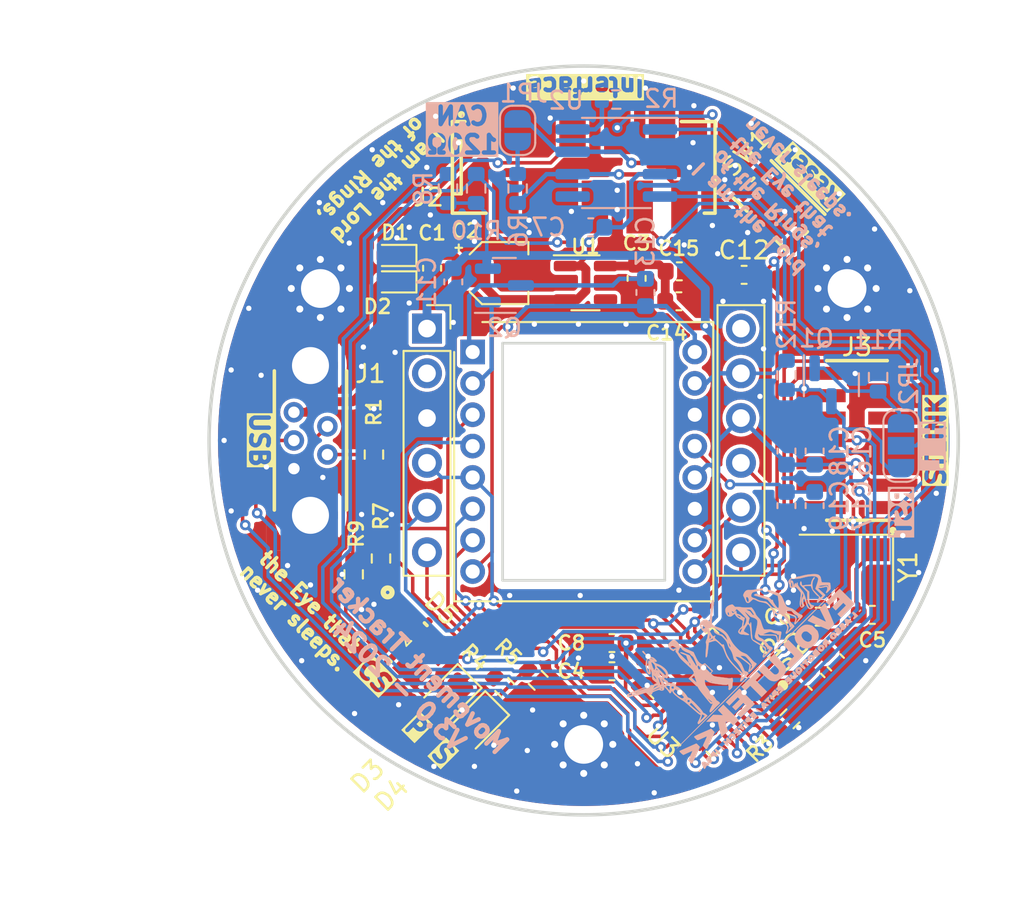
<source format=kicad_pcb>
(kicad_pcb (version 20221018) (generator pcbnew)
  (layers (0 "F.Cu" signal) (31 "B.Cu" signal) (34 "B.Paste" user) (35 "F.Paste" user) (36 "B.SilkS" user "B.Silkscreen") (37 "F.SilkS" user "F.Silkscreen") (38 "B.Mask" user) (39 "F.Mask" user) (44 "Edge.Cuts" user))
  (net 0 "")
  (net 1 "GND")
  (net 2 "/MISO")
  (net 3 "/MOSI")
  (net 4 "/SCK")
  (net 5 "+5V")
  (net 6 "/~{INT_ADNS}")
  (net 7 "/~{INT_IMU}")
  (net 8 "/~{CS_ADNS}")
  (net 9 "/~{CS_IMU}")
  (net 10 "/~{RST_IMU}")
  (net 11 "/~{RST}")
  (net 12 "+5VA")
  (net 13 "VBUS")
  (net 14 "Net-(D3-K)")
  (net 15 "Net-(D4-K)")
  (net 16 "Net-(D5-KY)")
  (net 17 "Net-(D5-KG)")
  (net 18 "/SDA")
  (net 19 "/SCL")
  (net 20 "/RST")
  (net 21 "/CANL")
  (net 22 "/CANH")
  (net 23 "/USB_D-")
  (net 24 "/USB_D+")
  (net 27 "/SWDIO")
  (net 28 "/SWCLK")
  (net 29 "/SWO")
  (net 32 "/VCP_RX")
  (net 33 "/VCP_TX")
  (net 34 "/STATUS")
  (net 36 "/CAN_RX")
  (net 37 "/CAN_TX")
  (net 38 "Net-(U3-PF0)")
  (net 39 "Net-(U3-PF1)")
  (net 40 "Net-(Q2-D)")
  (net 41 "Net-(U5--VCSEL)")
  (net 42 "Net-(U5-REFA)")
  (net 43 "Net-(J1-ID)")
  (net 45 "Net-(JP1-B)")
  (net 46 "Net-(JP2-A)")
  (net 47 "Net-(Q2-G)")
  (net 48 "Net-(U2-Rs)")
  (net 49 "Net-(U3-PB8)")
  (net 51 "/AU{slash}~{INT}")
  (net 57 "+3.3V")
  (footprint "Resistor_SMD:R_0603_1608Metric" (layer "F.Cu") (at 45.516637 64.016637 135)
    (fp_text reference "R4")
    (fp_text value "510")
  )
  (footprint "Capacitor_SMD:C_0603_1608Metric" (layer "F.Cu") (at 63.3 60)
    (fp_text reference "C6")
    (fp_text value "18pF")
  )
  (footprint "Package_TO_SOT_SMD:SOT-23-5" (layer "F.Cu") (at 50.1 41.05)
    (fp_text reference "U1")
    (fp_text value "NCP718xSN330")
  )
  (footprint "Package_DFN_QFN:QFN-32-1EP_5x5mm_P0.5mm_EP3.45x3.45mm" (layer "F.Cu") (at 57.3 64.3 -135)
    (fp_text reference "U3")
    (fp_text value "STM32G491KEUx")
  )
  (footprint "Resistor_SMD:R_0603_1608Metric" (layer "F.Cu") (at 38.5 56.7 -90)
    (fp_text reference "R7")
    (fp_text value "510")
  )
  (footprint "Capacitor_SMD:C_0603_1608Metric" (layer "F.Cu") (at 41.4 40.225 -90)
    (fp_text reference "C1")
    (fp_text value "1uF")
  )
  (footprint "ComponentsEvo:ADNS 9800" (layer "F.Cu") (at 42.4 43.03)
    (fp_text reference "U5" hide)
    (fp_text value "ADNS 9800")
    (fp_line (start 3 1.45) (end 12.2 1.45) (stroke (width 0.15)) (layer "Edge.Cuts"))
    (fp_line (start 3 14.91) (end 3 1.45) (stroke (width 0.15)) (layer "Edge.Cuts"))
    (fp_line (start 12.2 1.45) (end 12.2 14.91) (stroke (width 0.15)) (layer "Edge.Cuts"))
    (fp_line (start 12.2 14.91) (end 3 14.91) (stroke (width 0.15)) (layer "Edge.Cuts"))
  )
  (footprint "MountingHole:MountingHole_2.2mm_M2_Pad_Via" (layer "F.Cu") (at 50 67.25)
    (fp_text reference "H3" hide)
    (fp_text value "M2")
  )
  (footprint "ComponentsEvo:435431019840" (layer "F.Cu") (at 61.1 36.7 135)
    (fp_text reference "SW1")
    (fp_text value "435431019840")
  )
  (footprint "Diode_SMD:D_SOD-523" (layer "F.Cu") (at 39.25 39.5 180)
    (fp_text reference "D1")
    (fp_text value "D")
  )
  (footprint "Capacitor_SMD:C_0603_1608Metric" (layer "F.Cu") (at 55.4 42.1)
    (fp_text reference "C14")
    (fp_text value "100nF")
  )
  (footprint "Resistor_SMD:R_0603_1608Metric" (layer "F.Cu") (at 61.7 65.8 45)
    (fp_text reference "R3")
    (fp_text value "10k")
  )
  (footprint "ComponentsEvo:Adafruit BNO085" (layer "F.Cu") (at 50 50)
    (fp_text reference "U4" hide)
    (fp_text value "BNO085")
  )
  (footprint "MountingHole:MountingHole_2.2mm_M2_Pad_Via" (layer "F.Cu") (at 35.061 41.375 90)
    (fp_text reference "H1" hide)
    (fp_text value "M2")
  )
  (footprint "Capacitor_SMD:C_0603_1608Metric" (layer "F.Cu") (at 66.375 59.9 180)
    (fp_text reference "C5")
    (fp_text value "18pF")
  )
  (footprint "ComponentsEvo:WL-SBCW_1210" (layer "F.Cu") (at 40.00901 61.452513 -45)
    (fp_text reference "D5")
    (fp_text value "150121YV74000")
  )
  (footprint "LED_SMD:LED_0805_2012Metric" (layer "F.Cu") (at 43.9 66.1 -135)
    (fp_text reference "D4")
    (fp_text value "GREEN")
  )
  (footprint "Capacitor_SMD:CP_Elec_3x5.4" (layer "F.Cu") (at 45.1 40.5)
    (fp_text reference "C2")
    (fp_text value "100uF")
  )
  (footprint "Resistor_SMD:R_0603_1608Metric" (layer "F.Cu") (at 47.416637 63.616637 135)
    (fp_text reference "R5")
    (fp_text value "510")
  )
  (footprint "MountingHole:MountingHole_2.2mm_M2_Pad_Via" (layer "F.Cu") (at 64.939 41.375)
    (fp_text reference "H2" hide)
    (fp_text value "M2")
  )
  (footprint "Capacitor_SMD:C_0603_1608Metric" (layer "F.Cu") (at 51.6 63.1 180)
    (fp_text reference "C4")
    (fp_text value "10uF")
  )
  (footprint "ConnectorsEvo:651005136421" (layer "F.Cu") (at 34.5 50 -90)
    (fp_text reference "J1")
    (fp_text value "USB_B_Mini")
  )
  (footprint "Capacitor_SMD:C_0603_1608Metric" (layer "F.Cu") (at 51.6 61.5 180)
    (fp_text reference "C8")
    (fp_text value "100nF")
  )
  (footprint "Resistor_SMD:R_0603_1608Metric" (layer "F.Cu") (at 36.95 57.6 -90)
    (fp_text reference "R9")
    (fp_text value "510")
  )
  (footprint "Resistor_SMD:R_0603_1608Metric" (layer "F.Cu") (at 38.1 50.8 90)
    (fp_text reference "R1")
    (fp_text value "100k")
  )
  (footprint "Capacitor_SMD:C_0603_1608Metric" (layer "F.Cu") (at 63.2 63.7 -45)
    (fp_text reference "C10")
    (fp_text value "10nF")
  )
  (footprint "ConnectorsEvo:SAMTEC_FTSH-107-01-L-DV-K" (layer "F.Cu") (at 65.5 50 90)
    (fp_text reference "J3")
    (fp_text value "STLINK")
  )
  (footprint "Diode_SMD:D_SOD-523" (layer "F.Cu") (at 39.25 41 180)
    (fp_text reference "D2")
    (fp_text value "D")
  )
  (footprint "ConnectorsEvo:690367281076" (layer "F.Cu") (at 50 34.5)
    (fp_text reference "J2")
    (fp_text value "Bus Actuators")
  )
  (footprint "Capacitor_SMD:C_0603_1608Metric" (layer "F.Cu") (at 53 40.8 -90)
    (fp_text reference "C3")
    (fp_text value "1uF")
  )
  (footprint "LED_SMD:LED_0805_2012Metric" (layer "F.Cu") (at 42.337087 64.562913 -135)
    (fp_text reference "D3")
    (fp_text value "RED" hide)
  )
  (footprint "Capacitor_SMD:C_0603_1608Metric" (layer "F.Cu") (at 64.3 62.6 -45)
    (fp_text reference "C9")
    (fp_text value "100nF")
  )
  (footprint "Capacitor_SMD:C_0603_1608Metric" (layer "F.Cu") (at 55.425 40.4)
    (fp_text reference "C15")
    (fp_text value "1uF")
  )
  (footprint "Capacitor_SMD:C_0603_1608Metric" (layer "F.Cu") (at 59.1 40.6 180)
    (fp_text reference "C12")
    (fp_text value "100nF")
  )
  (footprint "Crystal:Crystal_SMD_5032-4Pin_5.0x3.2mm" (layer "F.Cu") (at 64.9 57.2 180)
    (fp_text reference "Y1")
    (fp_text value "16 MHz")
  )
  (footprint "Package_TO_SOT_SMD:SOT-23" (layer "B.Cu") (at 64.05 46.8375 -90)
    (fp_text reference "Q1")
    (fp_text value "Q_NMOS_GSD")
  )
  (footprint "Capacitor_SMD:C_0603_1608Metric" (layer "B.Cu") (at 63.1 50.6 90)
    (fp_text reference "C16")
    (fp_text value "100nF")
  )
  (footprint "Resistor_SMD:R_0603_1608Metric" (layer "B.Cu") (at 51.85 30.65)
    (fp_text reference "R2")
    (fp_text value "0")
  )
  (footprint "Jumper:SolderJumper-2_P1.3mm_Open_RoundedPad1.0x1.5mm" (layer "B.Cu") (at 46.25 32.4 -90)
    (fp_text reference "JP1")
    (fp_text value "Jumper_2_Open")
  )
  (footprint "Capacitor_SMD:C_0603_1608Metric" (layer "B.Cu") (at 50.4 37.9 180)
    (fp_text reference "C7")
    (fp_text value "100nF")
  )
  (footprint "Resistor_SMD:R_0603_1608Metric" (layer "B.Cu") (at 43.9 35.7 90)
    (fp_text reference "R10")
    (fp_text value "4.7k")
  )
  (footprint "Capacitor_SMD:C_0603_1608Metric" (layer "B.Cu") (at 61.5 50.6 90)
    (fp_text reference "C18")
    (fp_text value "3.3uF")
  )
  (footprint "Resistor_SMD:R_0603_1608Metric" (layer "B.Cu") (at 61.5 46.3 90)
    (fp_text reference "R12")
    (fp_text value "10k")
  )
  (footprint "Package_TO_SOT_SMD:SOT-23" (layer "B.Cu") (at 45.5 41.2)
    (fp_text reference "Q2")
    (fp_text value "Q_PMOS_GSD")
  )
  (footprint "Jumper:SolderJumper-3_P1.3mm_Open_RoundedPad1.0x1.5mm_NumberLabels" (layer "B.Cu") (at 68 50.3 -90)
    (fp_text reference "JP2")
    (fp_text value "SolderJumper_3_Bridged12")
  )
  (footprint "Capacitor_SMD:C_0603_1608Metric" (layer "B.Cu") (at 53.5 41.6 -90)
    (fp_text reference "C13")
    (fp_text value "470p")
  )
  (footprint "Package_SO:SOIC-8_3.9x4.9mm_P1.27mm" (layer "B.Cu") (at 51.85 34.25 180)
    (fp_text reference "U2")
    (fp_text value "MCP2551-I-SN")
  )
  (footprint "Capacitor_SMD:C_0603_1608Metric" (layer "B.Cu") (at 42.6 41 -90)
    (fp_text reference "C11")
    (fp_text value "100nF")
  )
  (footprint "Capacitor_SMD:C_0603_1608Metric" (layer "B.Cu") (at 61.5 53.7 -90)
    (fp_text reference "C19")
    (fp_text value "10uF")
  )
  (footprint "Resistor_SMD:R_0603_1608Metric" (layer "B.Cu") (at 42.3 35.7 90)
    (fp_text reference "R8")
    (fp_text value "4.7k")
  )
  (footprint "Resistor_SMD:R_0603_1608Metric" (layer "B.Cu") (at 66.7 46.4 -90)
    (fp_text reference "R11")
    (fp_text value "10k")
  )
  (footprint "Capacitor_SMD:C_0603_1608Metric" (layer "B.Cu") (at 63.1 53.7 -90)
    (fp_text reference "C17")
    (fp_text value "100nF")
  )
  (footprint "Resistor_SMD:R_0603_1608Metric" (layer "B.Cu") (at 46.25 35.7 -90)
    (fp_text reference "R6")
    (fp_text value "120")
  )
  (footprint "ComponentsEvo:logo-evo-min" (layer "B.Cu") (at 58.513071 61.709961 -135)
    (fp_text reference "G***" hide)
    (fp_text value "LOGO" hide)
  )
  (gr_circle (center 61.3 63.9) (end 61.5 63.9) (stroke (width 0.2)) (fill solid) (layer "F.SilkS"))
  (gr_circle locked (center 50 50) (end 71.25 50) (stroke (width 0.2)) (fill none) (layer "Edge.Cuts"))
  (gr_text "CAN\n120Ω" (at 43.1 32.4) (layer "B.SilkS" knockout) (effects (font (size 1 1) (thickness 0.25) bold) (justify mirror)))
  (gr_text "I am the Lord\nof the Rings,\nthe Eye that\nnever sleeps." (at 60.75 36.05 135) (layer "B.SilkS") (effects (font (size 0.8 0.8) (thickness 0.2) bold) (justify mirror)))
  (gr_text "H L" (at 69.85 50.25 90) (layer "B.SilkS" knockout) (effects (font (size 1 1) (thickness 0.25) bold) (justify mirror)))
  (gr_text "Movement Tracker\nV3.0 - 2024" (at 39.1 64.3 -45) (layer "B.SilkS") (effects (font (size 1 1) (thickness 0.25) bold) (justify bottom mirror)))
  (gr_text "RST" (at 68.05 54 90) (layer "B.SilkS" knockout) (effects (font (size 1 1) (thickness 0.25) bold) (justify mirror)))
  (gr_text "the Eye that\nnever sleeps." (at 34 59.6 315) (layer "F.SilkS") (effects (font (size 0.8 0.8) (thickness 0.2) bold)))
  (gr_text "I am the Lord\nof the Rings," (at 38.4 35.1 225) (layer "F.SilkS") (effects (font (size 0.8 0.8) (thickness 0.2) bold)))
  (gr_text "USB" (at 31 48.3 -90) (layer "F.SilkS" knockout) (effects (font (size 1 1) (thickness 0.25) bold) (justify left bottom)))
  (gr_text "S" (at 42 67.8 315) (layer "F.SilkS" knockout) (effects (font (size 1 1) (thickness 0.25) bold)))
  (gr_text "STLINK" (at 70 50 90) (layer "F.SilkS" knockout) (effects (font (size 1 1) (thickness 0.25) bold)))
  (gr_text "P" (at 40.5 66.3 315) (layer "F.SilkS" knockout) (effects (font (size 1 1) (thickness 0.25) bold)))
  (gr_text "CS" (at 36.9 63 -45) (layer "F.SilkS" knockout) (effects (font (size 1 1) (thickness 0.25) bold) (justify left bottom)))
  (gr_text "Interface" (at 50.1 29.9 180) (layer "F.SilkS" knockout) (effects (font (size 1 1) (thickness 0.25) bold)))
  (gr_text "Reset" (at 64.9 36.2 135) (layer "F.SilkS" knockout) (effects (font (size 1 1) (thickness 0.25) bold) (justify left bottom)))
  (segment (start 47.275 39.95) (end 47.2 40.025) (width 0.5) (layer "F.Cu") (net 1))
  (segment (start 32 51.1) (end 32 51.5) (width 0.5) (layer "F.Cu") (net 1))
  (segment (start 32.66 50.7) (end 32.4 50.7) (width 0.5) (layer "F.Cu") (net 1))
  (segment (start 60 47.5) (end 57.34 47.5) (width 0.2) (layer "F.Cu") (net 1))
  (segment (start 47.175 40) (end 47.2 40.025) (width 0.5) (layer "F.Cu") (net 1))
  (segment (start 32.4 50.7) (end 32 51.1) (width 0.5) (layer "F.Cu") (net 1))
  (segment (start 57.34 47.5) (end 56.3 48.54) (width 0.2) (layer "F.Cu") (net 1))
  (segment (start 33.56 51.6) (end 32.66 50.7) (width 0.5) (layer "F.Cu") (net 1))
  (via (at 49.7 62.35) (size 0.6) (drill 0.3) (layers "F.Cu" "B.Cu") (net 1))
  (via (at 37 65.5) (size 0.6) (drill 0.3) (layers "F.Cu" "B.Cu") (net 1))
  (via (at 53.5 30) (size 0.6) (drill 0.3) (layers "F.Cu" "B.Cu") (net 1))
  (via (at 66 62.5) (size 0.6) (drill 0.3) (layers "F.Cu" "B.Cu") (net 1))
  (via (at 31 42.5) (size 0.6) (drill 0.3) (layers "F.Cu" "B.Cu") (net 1))
  (via (at 34.5 58.2) (size 0.6) (drill 0.3) (layers "F.Cu" "B.Cu") (net 1))
  (via (at 35 36.5) (size 0.6) (drill 0.3) (layers "F.Cu" "B.Cu") (net 1))
  (via (at 59.3 38.2) (size 0.6) (drill 0.3) (layers "F.Cu" "B.Cu") (net 1))
  (via (at 37.5 44.7) (size 0.6) (drill 0.3) (layers "F.Cu" "B.Cu") (net 1))
  (via (at 54.7 43.5) (size 0.6) (drill 0.3) (layers "F.Cu" "B.Cu") (net 1))
  (via (at 68.5 41.5) (size 0.6) (drill 0.3) (layers "F.Cu" "B.Cu") (net 1))
  (via (at 43.1 65.3) (size 0.6) (drill 0.3) (layers "F.Cu" "B.Cu") (net 1))
  (via (at 42.9 33.1) (size 0.6) (drill 0.3) (layers "F.Cu" "B.Cu") (net 1))
  (via (at 30 46) (size 0.6) (drill 0.3) (layers "F.Cu" "B.Cu") (net 1))
  (via (at 55.7 38.9) (size 0.6) (drill 0.3) (layers "F.Cu" "B.Cu") (net 1))
  (via (at 37.4 45.8) (size 0.6) (drill 0.3) (layers "F.Cu" "B.Cu") (net 1))
  (via (at 66.5 38) (size 0.6) (drill 0.3) (layers "F.Cu" "B.Cu") (net 1))
  (via (at 53.65 62.25) (size 0.6) (drill 0.3) (layers "F.Cu" "B.Cu") (net 1))
  (via (at 39.5 65) (size 0.6) (drill 0.3) (layers "F.Cu" "B.Cu") (net 1))
  (via (at 50 29.6) (size 0.6) (drill 0.3) (layers "F.Cu" "B.Cu") (net 1))
  (via (at 62.2 66.3) (size 0.6) (drill 0.3) (layers "F.Cu" "B.Cu") (net 1))
  (via (at 56.8 62.9) (size 0.6) (drill 0.3) (layers "F.Cu" "B.Cu") (net 1))
  (via (at 42.6 43.3) (size 0.6) (drill 0.3) (layers "F.Cu" "B.Cu") (net 1))
  (via (at 44.9 67.3) (size 0.6) (drill 0.3) (layers "F.Cu" "B.Cu") (net 1))
  (via (at 37.4 54.2) (size 0.6) (drill 0.3) (layers "F.Cu" "B.Cu") (net 1))
  (via (at 43.8 37.6) (size 0.6) (drill 0.3) (layers "F.Cu" "B.Cu") (net 1))
  (via (at 69 57.5) (size 0.6) (drill 0.3) (layers "F.Cu" "B.Cu") (net 1))
  (via (at 57.9 42.1) (size 0.6) (drill 0.3) (layers "F.Cu" "B.Cu") (net 1))
  (via (at 61.6 59.2) (size 0.6) (drill 0.3) (layers "F.Cu" "B.Cu") (net 1))
  (via (at 29.6 50) (size 0.6) (drill 0.3) (layers "F.Cu" "B.Cu") (net 1))
  (via (at 61.4 37) (size 0.6) (drill 0.3) (layers "F.Cu" "B.Cu") (net 1))
  (via (at 34 62.5) (size 0.6) (drill 0.3) (layers "F.Cu" "B.Cu") (net 1))
  (via (at 43.8 38.7) (size 0.6) (drill 0.3) (layers "F.Cu" "B.Cu") (net 1))
  (via (at 54 70) (size 0.6) (drill 0.3) (layers "F.Cu" "B.Cu") (net 1))
  (via (at 39.3 45) (size 0.6) (drill 0.3) (layers "F.Cu" "B.Cu") (net 1))
  (via (at 36.7 38.8) (size 0.6) (drill 0.3) (layers "F.Cu" "B.Cu") (net 1))
  (via (at 49.8 58.8) (size 0.6) (drill 0.3) (layers "F.Cu" "B.Cu") (net 1))
  (via (at 58.6 34.4) (size 0.6) (drill 0.3) (layers "F.Cu" "B.Cu") (net 1))
  (via (at 30 54) (size 0.6) (drill 0.3) (layers "F.Cu" "B.Cu") (net 1))
  (via (at 60.2 42.1) (size 0.6) (drill 0.3) (layers "F.Cu" "B.Cu") (net 1))
  (via (at 70 46) (size 0.6) (drill 0.3) (layers "F.Cu" "B.Cu") (net 1))
  (via (at 38.1 48.2) (size 0.6) (drill 0.3) (layers "F.Cu" "B.Cu") (net 1))
  (via (at 61.9 58.5) (size 0.6) (drill 0.3) (layers "F.Cu" "B.Cu") (net 1))
  (via (at 55.45 64.3) (size 0.6) (drill 0.3) (layers "F.Cu" "B.Cu") (net 1))
  (via (at 62.5 55) (size 0.6) (drill 0.3) (layers "F.Cu" "B.Cu") (net 1))
  (via (at 65.4 46.2) (size 0.6) (drill 0.3) (layers "F.Cu" "B.Cu") (net 1))
  (via (at 53.05 68.35) (size 0.6) (drill 0.3) (layers "F.Cu" "B.Cu") (net 1))
  (via (at 51.9 35.8) (size 0.6) (drill 0.3) (layers "F.Cu" "B.Cu") (net 1))
  (via (at 41.6 31.6) (size 0.6) (drill 0.3) (layers "F.Cu" "B.Cu") (net 1))
  (via (at 46.9 37.5) (size 0.6) (drill 0.3) (layers "F.Cu" "B.Cu") (net 1))
  (via (at 64.1 55.15) (size 0.6) (drill 0.3) (layers "F.Cu" "B.Cu") (net 1))
  (via (at 47.2 43.4) (size 0.6) (drill 0.3) (layers "F.Cu" "B.Cu") (net 1))
  (via (at 59.1 64.3) (size 0.6) (drill 0.3) (layers "F.Cu" "B.Cu") (net 1))
  (via (at 47.1 65.3) (size 0.6) (drill 0.3) (layers "F.Cu" "B.Cu") (net 1))
  (via (at 68.1 55.4) (size 0.6) (drill 0.3) (layers "F.Cu" "B.Cu") (net 1))
  (via (at 38.6 36.5) (size 0.6) (drill 0.3) (layers "F.Cu" "B.Cu") (net 1))
  (via (at 38.1 59.3) (size 0.6) (drill 0.3) (layers "F.Cu" "B.Cu") (net 1))
  (via (at 31.7 46.3) (size 0.6) (drill 0.3) (layers "F.Cu" "B.Cu") (net 1))
  (via (at 49.7 43.4) (size 0.6) (drill 0.3) (layers "F.Cu" "B.Cu") (net 1))
  (via (at 40.1 42.2) (size 0.6) (drill 0.3) (layers "F.Cu" "B.Cu") (net 1))
  (via (at 33.2 57.1) (size 0.6) (drill 0.3) (layers "F.Cu" "B.Cu") (net 1))
  (via (at 35.2 52.1) (size 0.6) (drill 0.3) (layers "F.Cu" "B.Cu") (net 1))
  (via (at 41.1 34.5) (size 0.6) (drill 0.3) (layers "F.Cu" "B.Cu") (net 1))
  (via (at 49.3 37) (size 0.6) (drill 0.3) (layers "F.Cu" "B.Cu") (net 1))
  (via (at 57.7 62.9) (size 0.6) (drill 0.3) (layers "F.Cu" "B.Cu") (net 1))
  (via (at 62 33.5) (size 0.6) (drill 0.3) (layers "F.Cu" "B.Cu") (net 1))
  (via (at 41.5 68.5) (size 0.6) (drill 0.3) (layers "F.Cu" "B.Cu") (net 1))
  (via (at 64.5 36) (size 0.6) (drill 0.3) (layers "F.Cu" "B.Cu") (net 1))
  (via (at 40.1 37.9) (size 0.6) (drill 0.3) (layers "F.Cu" "B.Cu") (net 1))
  (via (at 48.1 31.7) (size 0.6) (drill 0.3) (layers "F.Cu" "B.Cu") (net 1))
  (via (at 41.3 37.2) (size 0.6) (drill 0.3) (layers "F.Cu" "B.Cu") (net 1))
  (via (at 59.5 32) (size 0.6) (drill 0.3) (layers "F.Cu" "B.Cu") (net 1))
  (via (at 43.8 68.5) (size 0.6) (drill 0.3) (layers "F.Cu" "B.Cu") (net 1))
  (via (at 70 53) (size 0.6) (drill 0.3) (layers "F.Cu" "B.Cu") (net 1))
  (via (at 56.2 33.1) (size 0.6) (drill 0.3) (layers "F.Cu" "B.Cu") (net 1))
  (via (at 37.4 59.6) (size 0.6) (drill 0.3) (layers "F.Cu" "B.Cu") (net 1))
  (via (at 45.8 58.8) (size 0.6) (drill 0.3) (layers "F.Cu" "B.Cu") (net 1))
  (via (at 56.25 31) (size 0.6) (drill 0.3) (layers "F.Cu" "B.Cu") (net 1))
  (via (at 60.2 44.8) (size 0.6) (drill 0.3) (layers "F.Cu" "B.Cu") (net 1))
  (via (at 46.2 69.9) (size 0.6) (drill 0.3) (layers "F.Cu" "B.Cu") (net 1))
  (via (at 57.3 66.15) (size 0.6) (drill 0.3) (layers "F.Cu" "B.Cu") (net 1))
  (via (at 60 47.5) (size 0.6) (drill 0.3) (layers "F.Cu" "B.Cu") (net 1))
  (via (at 46 30) (size 0.6) (drill 0.3) (layers "F.Cu" "B.Cu") (net 1))
  (via (at 46.9 38.2) (size 0.6) (drill 0.3) (layers "F.Cu" "B.Cu") (net 1))
  (via (at 39.4 38.5) (size 0.6) (drill 0.3) (layers "F.Cu" "B.Cu") (net 1))
  (via (at 39.1 54.2) (size 0.6) (drill 0.3) (layers "F.Cu" "B.Cu") (net 1))
  (via (at 36.3 57.6) (size 0.6) (drill 0.3) (layers "F.Cu" "B.Cu") (net 1))
  (via (at 51.6 62.25) (size 0.6) (drill 0.3) (layers "F.Cu" "B.Cu") (net 1))
  (via (at 57.3 37.8) (size 0.6) (drill 0.3) (layers "F.Cu" "B.Cu") (net 1))
  (via (at 56 34.5) (size 0.6) (drill 0.3) (layers "F.Cu" "B.Cu") (net 1))
  (via (at 57.3 64.3) (size 0.6) (drill 0.3) (layers "F.Cu" "B.Cu") (net 1))
  (via (at 61.9 57.7) (size 0.6) (drill 0.3) (layers "F.Cu" "B.Cu") (net 1))
  (via (at 55.4 58.5) (size 0.6) (drill 0.3) (layers "F.Cu" "B.Cu") (net 1))
  (via (at 46.8 67.6) (size 0.6) (drill 0.3) (layers "F.Cu" "B.Cu") (net 1))
  (via (at 38 33.5) (size 0.6) (drill 0.3) (layers "F.Cu" "B.Cu") (net 1))
  (via (at 52.4 43.4) (size 0.6) (drill 0.3) (layers "F.Cu" "B.Cu") (net 1))
  (via (at 58 35.2) (size 0.6) (drill 0.3) (layers "F.Cu" "B.Cu") (net 1))
  (via (at 32 51.5) (size 0.6) (drill 0.3) (layers "F.Cu" "B.Cu") (net 1))
  (via (at 57.6 39.4) (size 0.6) (drill 0.3) (layers "F.Cu" "B.Cu") (net 1))
  (via (at 53.6 63.9) (size 0.6) (drill 0.3) (layers "F.Cu" "B.Cu") (net 1))
  (via (at 31.5 58.5) (size 0.6) (drill 0.3) (layers "F.Cu" "B.Cu") (net 1))
  (via (at 51.9 36.9) (size 0.6) (drill 0.3) (layers "F.Cu" "B.Cu") (net 1))
  (segment (start 60 48.325) (end 61.5 49.825) (width 0.2) (layer "B.Cu") (net 1))
  (segment (start 60 47.5) (end 60 48.325) (width 0.2) (layer "B.Cu") (net 1))
  (segment (start 63.1 49.825) (end 61.5 49.825) (width 0.2) (layer "B.Cu") (net 1))
  (segment (start 66.55 45.8) (end 67.1 45.8) (width 0.2) (layer "B.Cu") (net 1))
  (segment (start 54.25 59.8) (end 55.5 61.05) (width 0.2) (layer "F.Cu") (net 2))
  (segment (start 44.548787 59.8) (end 54.25 59.8) (width 0.2) (layer "F.Cu") (net 2))
  (segment (start 55.5 61.05) (end 55.5 61.43934) (width 0.2) (layer "F.Cu") (net 2))
  (segment (start 55.5 61.43934) (end 56.106757 62.046097) (width 0.2) (layer "F.Cu") (net 2))
  (segment (start 44.068282 59.319495) (end 44.548787 59.8) (width 0.2) (layer "F.Cu") (net 2))
  (via (at 44.068282 59.319495) (size 0.6) (drill 0.3) (layers "F.Cu" "B.Cu") (net 2))
  (segment (start 39.9 50.853654) (end 40.633654 50.12) (width 0.2) (layer "B.Cu") (net 2))
  (segment (start 39.9 55.02) (end 39.9 50.853654) (width 0.2) (layer "B.Cu") (net 2))
  (segment (start 42.587777 60.8) (end 42.2 60.8) (width 0.2) (layer "B.Cu") (net 2))
  (segment (start 43.5 50.12) (end 43.7 50.32) (width 0.2) (layer "B.Cu") (net 2))
  (segment (start 42.2 60.8) (end 39.9 58.5) (width 0.2) (layer "B.Cu") (net 2))
  (segment (start 44.068282 59.319495) (end 42.587777 60.8) (width 0.2) (layer "B.Cu") (net 2))
  (segment (start 40.633654 50.12) (end 43.5 50.12) (width 0.2) (layer "B.Cu") (net 2))
  (segment (start 39.9 55.02) (end 41.11 53.81) (width 0.2) (layer "B.Cu") (net 2))
  (segment (start 39.9 58.5) (end 39.9 55.02) (width 0.2) (layer "B.Cu") (net 2))
  (segment (start 53.7505 60.2) (end 44.100258 60.2) (width 0.2) (layer "F.Cu") (net 3))
  (segment (start 57.77 58.13) (end 57.77 54.96) (width 0.2) (layer "F.Cu") (net 3))
  (segment (start 43.2995 59.399242) (end 43.2995 59.1) (width 0.2) (layer "F.Cu") (net 3))
  (segment (start 44.100258 60.2) (end 43.2995 59.399242) (width 0.2) (layer "F.Cu") (net 3))
  (segment (start 53.95 60.596447) (end 55.753204 62.399651) (width 0.2) (layer "F.Cu") (net 3))
  (segment (start 57.77 54.96) (end 58.92 53.81) (width 0.2) (layer "F.Cu") (net 3))
  (segment (start 55.65 59.592205) (end 56.307795 59.592205) (width 0.2) (layer "F.Cu") (net 3))
  (segment (start 56.307795 59.592205) (end 57.77 58.13) (width 0.2) (layer "F.Cu") (net 3))
  (segment (start 53.95 60.3995) (end 53.95 60.596447) (width 0.2) (layer "F.Cu") (net 3))
  (segment (start 53.95 60.3995) (end 53.7505 60.2) (width 0.2) (layer "F.Cu") (net 3))
  (via (at 55.65 59.592205) (size 0.6) (drill 0.3) (layers "F.Cu" "B.Cu") (net 3))
  (via (at 43.2995 59.1) (size 0.6) (drill 0.3) (layers "F.Cu" "B.Cu") (net 3))
  (via (at 53.95 60.3995) (size 0.6) (drill 0.3) (layers "F.Cu" "B.Cu") (net 3))
  (segment (start 42.7 54.88) (end 43.7 53.88) (width 0.2) (layer "B.Cu") (net 3))
  (segment (start 42.7 58.5005) (end 42.7 54.88) (width 0.2) (layer "B.Cu") (net 3))
  (segment (start 53.95 60.3995) (end 54.842705 60.3995) (width 0.2) (layer "B.Cu") (net 3))
  (segment (start 43.2995 59.1) (end 42.7 58.5005) (width 0.2) (layer "B.Cu") (net 3))
  (segment (start 54.842705 60.3995) (end 55.65 59.592205) (width 0.2) (layer "B.Cu") (net 3))
  (segment (start 54.45 59.4) (end 45.2 59.4) (width 0.2) (layer "F.Cu") (net 4))
  (segment (start 55.9 60.85) (end 54.45 59.4) (width 0.2) (layer "F.Cu") (net 4))
  (segment (start 45.2 59.4) (end 44.9 59.1) (width 0.2) (layer "F.Cu") (net 4))
  (segment (start 55.9 61.132233) (end 55.9 60.85) (width 0.2) (layer "F.Cu") (net 4))
  (segment (start 56.460311 61.692544) (end 55.9 61.132233) (width 0.2) (layer "F.Cu") (net 4))
  (via (at 44.9 59.1) (size 0.6) (drill 0.3) (layers "F.Cu" "B.Cu") (net 4))
  (segment (start 43.7 52.1) (end 41.94 52.1) (width 0.2) (layer "B.Cu") (net 4))
  (segment (start 44.8 59) (end 44.8 53.2) (width 0.2) (layer "B.Cu") (net 4))
  (segment (start 44.8 53.2) (end 43.7 52.1) (width 0.2) (layer "B.Cu") (net 4))
  (segment (start 41.94 52.1) (end 41.11 51.27) (width 0.2) (layer "B.Cu") (net 4))
  (segment (start 44.9 59.1) (end 44.8 59) (width 0.2) (layer "B.Cu") (net 4))
  (segment (start 49.936028 40.1) (end 50.125 40.288972) (width 0.5) (layer "F.Cu") (net 5))
  (segment (start 49.636028 42) (end 45.1 42) (width 0.5) (layer "F.Cu") (net 5))
  (segment (start 45.1 42) (end 42.6 39.5) (width 0.5) (layer "F.Cu") (net 5))
  (segment (start 48.9625 40.1) (end 49.6 40.1) (width 0.25) (layer "F.Cu") (net 5))
  (segment (start 48.9625 40.1) (end 49.936028 40.1) (width 0.5) (layer "F.Cu") (net 5))
  (segment (start 39.95 41) (end 39.95 39.5) (width 0.5) (layer "F.Cu") (net 5))
  (segment (start 50.125 41.511028) (end 49.636028 42) (width 0.5) (layer "F.Cu") (net 5))
  (segment (start 50.3 39.4) (end 50.3 38.749502) (width 0.25) (layer "F.Cu") (net 5))
  (segment (start 42.6 39.5) (end 39.95 39.5) (width 0.5) (layer "F.Cu") (net 5))
  (segment (start 49.6 40.1) (end 50.3 39.4) (width 0.25) (layer "F.Cu") (net 5))
  (segment (start 50.125 40.288972) (end 50.125 41.511028) (width 0.5) (layer "F.Cu") (net 5))
  (via (at 50.3 38.749502) (size 0.6) (drill 0.3) (layers "F.Cu" "B.Cu") (net 5))
  (segment (start 54.325 34.885) (end 53.115 34.885) (width 0.25) (layer "B.Cu") (net 5))
  (segment (start 52.2 37.9) (end 51.175 37.9) (width 0.25) (layer "B.Cu") (net 5))
  (segment (start 52.7 35.3) (end 52.7 37.4) (width 0.25) (layer "B.Cu") (net 5))
  (segment (start 51.149502 37.9) (end 50.3 38.749502) (width 0.25) (layer "B.Cu") (net 5))
  (segment (start 51.175 37.9) (end 51.149502 37.9) (width 0.25) (layer "B.Cu") (net 5))
  (segment (start 52.7 37.4) (end 52.2 37.9) (width 0.25) (layer "B.Cu") (net 5))
  (segment (start 53.115 34.885) (end 52.7 35.3) (width 0.25) (layer "B.Cu") (net 5))
  (segment (start 43.7 55.66) (end 42.7 56.66) (width 0.2) (layer "F.Cu") (net 6))
  (segment (start 55.081346 62.379375) (end 55.081346 62.434899) (width 0.2) (layer "F.Cu") (net 6))
  (segment (start 43.934572 60.6) (end 53.301971 60.6) (width 0.2) (layer "F.Cu") (net 6))
  (segment (start 42.7 56.66) (end 42.7 59.365428) (width 0.2) (layer "F.Cu") (net 6))
  (segment (start 55.081346 62.434899) (end 55.399651 62.753204) (width 0.2) (layer "F.Cu") (net 6))
  (segment (start 42.7 59.365428) (end 43.934572 60.6) (width 0.2) (layer "F.Cu") (net 6))
  (segment (start 53.301971 60.6) (end 55.081346 62.379375) (width 0.2) (layer "F.Cu") (net 6))
  (segment (start 52.6 66.465686) (end 52.5 66.365685) (width 0.2) (layer "F.Cu") (net 7))
  (segment (start 56.634315 68.9) (end 54.5 68.9) (width 0.2) (layer "F.Cu") (net 7))
  (segment (start 48.45 62.815686) (end 48.45 61.900971) (width 0.2) (layer "F.Cu") (net 7))
  (segment (start 58.1 67.574874) (end 58.1 68.234314) (width 0.2) (layer "F.Cu") (net 7))
  (segment (start 52.5 65.5) (end 51.5 64.5) (width 0.2) (layer "F.Cu") (net 7))
  (segment (start 56.858226 68.676089) (end 56.634315 68.9) (width 0.2) (layer "F.Cu") (net 7))
  (segment (start 57.658225 68.676089) (end 56.858226 68.676089) (width 0.2) (layer "F.Cu") (net 7))
  (segment (start 52.6 67) (end 52.6 66.465686) (width 0.2) (layer "F.Cu") (net 7))
  (segment (start 58.1 68.234314) (end 57.658225 68.676089) (width 0.2) (layer "F.Cu") (net 7))
  (segment (start 48.45 61.900971) (end 47.949029 61.4) (width 0.2) (layer "F.Cu") (net 7))
  (segment (start 50.134314 64.5) (end 48.45 62.815686) (width 0.2) (layer "F.Cu") (net 7))
  (segment (start 41.11 58.9068) (end 41.11 56.35) (width 0.2) (layer "F.Cu") (net 7))
  (segment (start 52.5 66.365685) (end 52.5 65.5) (width 0.2) (layer "F.Cu") (net 7))
  (segment (start 51.5 64.5) (end 50.134314 64.5) (width 0.2) (layer "F.Cu") (net 7))
  (segment (start 57.786136 67.26101) (end 58.1 67.574874) (width 0.2) (layer "F.Cu") (net 7))
  (segment (start 47.949029 61.4) (end 43.6032 61.4) (width 0.2) (layer "F.Cu") (net 7))
  (segment (start 43.6032 61.4) (end 41.11 58.9068) (width 0.2) (layer "F.Cu") (net 7))
  (segment (start 54.5 68.9) (end 52.6 67) (width 0.2) (layer "F.Cu") (net 7))
  (segment (start 52.9 65.3) (end 51.7 64.1) (width 0.2) (layer "F.Cu") (net 8))
  (segment (start 36.9 55.5) (end 37.4 55) (width 0.2) (layer "F.Cu") (net 8))
  (segment (start 50.3 64.1) (end 48.85 62.65) (width 0.2) (layer "F.Cu") (net 8))
  (segment (start 43.768886 61) (end 42.3 59.531114) (width 0.2) (layer "F.Cu") (net 8))
  (segment (start 42.3 55.1) (end 42.3 49.94) (width 0.2) (layer "F.Cu") (net 8))
  (segment (start 53.5 66.8) (end 52.9 66.2) (width 0.2) (layer "F.Cu") (net 8))
  (segment (start 37.4 55) (end 42.2 55) (width 0.2) (layer "F.Cu") (net 8))
  (segment (start 51.7 64.1) (end 50.3 64.1) (width 0.2) (layer "F.Cu") (net 8))
  (segment (start 42.2 55) (end 42.3 55.1) (width 0.2) (layer "F.Cu") (net 8))
  (segment (start 36.9 56.725) (end 36.9 55.5) (width 0.2) (layer "F.Cu") (net 8))
  (segment (start 42.3 49.94) (end 43.7 48.54) (width 0.2) (layer "F.Cu") (net 8))
  (segment (start 54.6 66.8) (end 53.5 66.8) (width 0.2) (layer "F.Cu") (net 8))
  (segment (start 52.9 66.2) (end 52.9 65.3) (width 0.2) (layer "F.Cu") (net 8))
  (segment (start 48.85 61.735286) (end 48.114715 61) (width 0.2) (layer "F.Cu") (net 8))
  (segment (start 55.399651 65.846796) (end 55.081346 66.165101) (width 0.2) (layer "F.Cu") (net 8))
  (segment (start 36.95 56.775) (end 36.9 56.725) (width 0.2) (layer "F.Cu") (net 8))
  (segment (start 48.114715 61) (end 43.768886 61) (width 0.2) (layer "F.Cu") (net 8))
  (segment (start 48.85 62.65) (end 48.85 61.735286) (width 0.2) (layer "F.Cu") (net 8))
  (segment (start 42.3 59.531114) (end 42.3 55.1) (width 0.2) (layer "F.Cu") (net 8))
  (segment (start 55.081346 66.318654) (end 54.6 66.8) (width 0.2) (layer "F.Cu") (net 8))
  (segment (start 55.081346 66.165101) (end 55.081346 66.318654) (width 0.2) (layer "F.Cu") (net 8))
  (segment (start 56.3 60.3) (end 56.3 60.825126) (width 0.2) (layer "F.Cu") (net 9))
  (segment (start 47.5005 61.8) (end 43.437514 61.8) (width 0.2) (layer "F.Cu") (net 9))
  (segment (start 56.3 60.825126) (end 56.813864 61.33899) (width 0.2) (layer "F.Cu") (net 9))
  (segment (start 40.3 58.662486) (end 40.3 57.675) (width 0.2) (layer "F.Cu") (net 9))
  (segment (start 47.7 61.9995) (end 47.5005 61.8) (width 0.2) (layer "F.Cu") (net 9))
  (segment (start 40.3 57.675) (end 38.5 55.875) (width 0.2) (layer "F.Cu") (net 9))
  (segment (start 56.3 60.3) (end 58.92 57.68) (width 0.2) (layer "F.Cu") (net 9))
  (segment (start 43.437514 61.8) (end 40.3 58.662486) (width 0.2) (layer "F.Cu") (net 9))
  (segment (start 58.92 57.68) (end 58.92 56.35) (width 0.2) (layer "F.Cu") (net 9))
  (via (at 47.7 61.9995) (size 0.6) (drill 0.3) (layers "F.Cu" "B.Cu") (net 9))
  (via (at 56.3 60.3) (size 0.6) (drill 0.3) (layers "F.Cu" "B.Cu") (net 9))
  (segment (start 53.05 61) (end 55.6 61) (width 0.2) (layer "B.Cu") (net 9))
  (segment (start 47.7 61.9995) (end 48.8495 60.85) (width 0.2) (layer "B.Cu") (net 9))
  (segment (start 55.6 61) (end 56.3 60.3) (width 0.2) (layer "B.Cu") (net 9))
  (segment (start 52.9 60.85) (end 53.05 61) (width 0.2) (layer "B.Cu") (net 9))
  (segment (start 48.8495 60.85) (end 52.9 60.85) (width 0.2) (layer "B.Cu") (net 9))
  (segment (start 61.1 58.2) (end 61.1 58.50137) (width 0.2) (layer "F.Cu") (net 10))
  (segment (start 60.5 59.868628) (end 59.5 60.868628) (width 0.2) (layer "F.Cu") (net 10))
  (segment (start 60.5 59.10137) (end 60.5 59.868628) (width 0.2) (layer "F.Cu") (net 10))
  (segment (start 59.5 60.868628) (end 59.5 61.746447) (width 0.2) (layer "F.Cu") (net 10))
  (segment (start 60.3705 55.1) (end 60.2 54.9295) (width 0.2) (layer "F.Cu") (net 10))
  (segment (start 59.5 61.746447) (end 58.846796 62.399651) (width 0.2) (layer "F.Cu") (net 10))
  (segment (start 60.2 54.9295) (end 60.2 52.55) (width 0.2) (layer "F.Cu") (net 10))
  (segment (start 60.2 52.55) (end 58.92 51.27) (width 0.2) (layer "F.Cu") (net 10))
  (segment (start 61.1 58.50137) (end 60.5 59.10137) (width 0.2) (layer "F.Cu") (net 10))
  (via (at 61.1 58.2) (size 0.6) (drill 0.3) (layers "F.Cu" "B.Cu") (net 10))
  (via (at 60.3705 55.1) (size 0.6) (drill 0.3) (layers "F.Cu" "B.Cu") (net 10))
  (segment (start 61.1 56.93801) (end 61.3705 56.66751) (width 0.2) (layer "B.Cu") (net 10))
  (segment (start 61.3705 56.1) (end 60.3705 55.1) (width 0.2) (layer "B.Cu") (net 10))
  (segment (start 61.3705 56.66751) (end 61.3705 56.1) (width 0.2) (layer "B.Cu") (net 10))
  (segment (start 61.1 58.2) (end 61.1 56.93801) (width 0.2) (layer "B.Cu") (net 10))
  (segment (start 59.9 62.053553) (end 59.200349 62.753204) (width 0.2) (layer "F.Cu") (net 11))
  (segment (start 60.099137 40.6) (end 59.875 40.6) (width 0.2) (layer "F.Cu") (net 11))
  (segment (start 61.983883 38.715254) (end 60.099137 40.6) (width 0.2) (layer "F.Cu") (net 11))
  (segment (start 59.9 61.034314) (end 59.9 62.053553) (width 0.2) (layer "F.Cu") (net 11))
  (segment (start 61.1 60) (end 60.934314 60) (width 0.2) (layer "F.Cu") (net 11))
  (segment (start 60.934314 60) (end 59.9 61.034314) (width 0.2) (layer "F.Cu") (net 11))
  (via (at 60.8005 39.849568) (size 0.6) (drill 0.3) (layers "F.Cu" "B.Cu") (net 11))
  (via (at 61.1 60) (size 0.6) (drill 0.3) (layers "F.Cu" "B.Cu") (net 11))
  (via (at 62.5 47.059502) (size 0.6) (drill 0.3) (layers "F.Cu" "B.Cu") (net 11))
  (segment (start 64.756921 48.756921) (end 64.05 48.05) (width 0.2) (layer "B.Cu") (net 11))
  (segment (start 63.4 47.125) (end 64.05 47.775) (width 0.2) (layer "B.Cu") (net 11))
  (segment (start 67.3 51.6) (end 66.9 51.2) (width 0.2) (layer "B.Cu") (net 11))
  (segment (start 61.1 60) (end 62.1 60) (width 0.2) (layer "B.Cu") (net 11))
  (segment (start 62.5 47.125) (end 62.5 45.197058) (width 0.2) (layer "B.Cu") (net 11))
  (segment (start 62.5 45.197058) (end 61 43.697057) (width 0.2) (layer "B.Cu") (net 11))
  (segment (start 64.756921 50.306921) (end 64.756921 49.35) (width 0.2) (layer "B.Cu") (net 11))
  (segment (start 68 51.6) (end 67.3 51.6) (width 0.2) (layer "B.Cu") (net 11))
  (segment (start 65.85 50.65) (end 65.1 50.65) (width 0.2) (layer "B.Cu") (net 11))
  (segment (start 65.806896 52.293104) (end 66.1 52) (width 0.2) (layer "B.Cu") (net 11))
  (segment (start 62.8 59.3) (end 63.8 59.3) (width 0.2) (layer "B.Cu") (net 11))
  (segment (start 61 40.049068) (end 60.8005 39.849568) (width 0.2) (layer "B.Cu") (net 11))
  (segment (start 66.9 50.1) (end 66.15 49.35) (width 0.2) (layer "B.Cu") (net 11))
  (segment (start 62.5 47.125) (end 63.4 47.125) (width 0.2) (layer "B.Cu") (net 11))
  (segment (start 65.106896 52.293104) (end 65.806896 52.293104) (width 0.2) (layer "B.Cu") (net 11))
  (segment (start 66.1 52) (end 66.1 50.9) (width 0.2) (layer "B.Cu") (net 11))
  (segment (start 63.8 59.3) (end 64.85 58.25) (width 0.2) (layer "B.Cu") (net 11))
  (segment (start 64.85 55.001471) (end 64.6 54.751471) (width 0.2) (layer "B.Cu") (net 11))
  (segment (start 61 43.697057) (end 61 40.049068) (width 0.2) (layer "B.Cu") (net 11))
  (segment (start 62.1 60) (end 62.8 59.3) (width 0.2) (layer "B.Cu") (net 11))
  (segment (start 64.6 52.8) (end 65.106896 52.293104) (width 0.2) (layer "B.Cu") (net 11))
  (segment (start 64.6 54.751471) (end 64.6 52.8) (width 0.2) (layer "B.Cu") (net 11))
  (segment (start 64.05 48.05) (end 64.05 47.775) (width 0.2) (layer "B.Cu") (net 11))
  (segment (start 64.756921 49.35) (end 64.756921 48.756921) (width 0.2) (layer "B.Cu") (net 11))
  (segment (start 64.85 58.25) (end 64.85 55.001471) (width 0.2) (layer "B.Cu") (net 11))
  (segment (start 66.9 51.2) (end 66.9 50.1) (width 0.2) (layer "B.Cu") (net 11))
  (segment (start 66.15 49.35) (end 64.756921 49.35) (width 0.2) (layer "B.Cu") (net 11))
  (segment (start 65.1 50.65) (end 64.756921 50.306921) (width 0.2) (layer "B.Cu") (net 11))
  (segment (start 61.5 47.125) (end 62.5 47.125) (width 0.2) (layer "B.Cu") (net 11))
  (segment (start 66.1 50.9) (end 65.85 50.65) (width 0.2) (layer "B.Cu") (net 11))
  (segment (start 39.625 37) (end 38.55 38.075) (width 0.5) (layer "F.Cu") (net 12))
  (segment (start 40.285 37) (end 39.625 37) (width 0.5) (layer "F.Cu") (net 12))
  (segment (start 38.55 38.075) (end 38.55 39.5) (width 0.5) (layer "F.Cu") (net 12))
  (segment (start 44.285 33) (end 40.285 37) (width 0.5) (layer "F.Cu") (net 12))
  (segment (start 44.285 32.25) (end 44.285 33) (width 0.5) (layer "F.Cu") (net 12))
  (segment (start 38.3 41.25) (end 38.55 41) (width 0.5) (layer "F.Cu") (net 13))
  (segment (start 34.9 47.8) (end 36.9 47.8) (width 0.5) (layer "F.Cu") (net 13))
  (segment (start 33.56 48.4) (end 34.3 48.4) (width 0.5) (layer "F.Cu") (net 13))
  (segment (start 34.3 48.4) (end 34.9 47.8) (width 0.5) (layer "F.Cu") (net 13))
  (segment (start 38.3 46.4) (end 38.3 41.25) (width 0.5) (layer "F.Cu") (net 13))
  (segment (start 36.9 47.8) (end 38.3 46.4) (width 0.5) (layer "F.Cu") (net 13))
  (segment (start 44.733274 63.4) (end 43.5 63.4) (width 0.2) (layer "F.Cu") (net 14))
  (segment (start 44.816637 63.316637) (end 44.733274 63.4) (width 0.2) (layer "F.Cu") (net 14))
  (segment (start 43.5 63.4) (end 43 63.9) (width 0.2) (layer "F.Cu") (net 14))
  (segment (start 46.833274 63.033274) (end 46.676777 63.033274) (width 0.2) (layer "F.Cu") (net 15))
  (segment (start 46.676777 63.033274) (end 44.562913 65.147138) (width 0.2) (layer "F.Cu") (net 15))
  (segment (start 44.562913 65.147138) (end 44.562913 65.437087) (width 0.2) (layer "F.Cu") (net 15))
  (segment (start 38.5 58.6) (end 39.761523 59.861523) (width 0.2) (layer "F.Cu") (net 16))
  (segment (start 38.5 57.525) (end 38.5 58.6) (width 0.2) (layer "F.Cu") (net 16))
  (segment (start 36.875 58.425) (end 36.5 58.8) (width 0.2) (layer "F.Cu") (net 17))
  (segment (start 37.905026 61.205026) (end 38.41802 61.205026) (width 0.2) (layer "F.Cu") (net 17))
  (segment (start 36.95 58.425) (end 36.875 58.425) (width 0.2) (layer "F.Cu") (net 17))
  (segment (start 36.5 59.8) (end 37.905026 61.205026) (width 0.2) (layer "F.Cu") (net 17))
  (segment (start 36.5 58.8) (end 36.5 59.8) (width 0.2) (layer "F.Cu") (net 17))
  (segment (start 53.811169 65.736266) (end 53.95164 65.595795) (width 0.2) (layer "F.Cu") (net 18))
  (segment (start 53.95164 65.595795) (end 54.236438 65.595795) (width 0.2) (layer "F.Cu") (net 18))
  (segment (start 49.365 33) (end 49.365 32.25) (width 0.2) (layer "F.Cu") (net 18))
  (segment (start 45.126205 34.241104) (end 48.123896 34.241104) (width 0.2) (layer "F.Cu") (net 18))
  (segment (start 53.566359 65.736266) (end 53.811169 65.736266) (width 0.2) (layer "F.Cu") (net 18))
  (segment (start 54.236438 65.595795) (end 54.692544 65.139689) (width 0.2) (layer "F.Cu") (net 18))
  (segment (start 48.123896 34.241104) (end 49.365 33) (width 0.2) (layer "F.Cu") (net 18))
  (via (at 45.126205 34.241104) (size 0.6) (drill 0.3) (layers "F.Cu" "B.Cu") (net 18))
  (via (at 53.566359 65.736266) (size 0.6) (drill 0.3) (layers "F.Cu" "B.Cu") (net 18))
  (segment (start 37.561 43.023314) (end 37.561 38.539) (width 0.2) (layer "B.Cu") (net 18))
  (segment (start 43.2 34.1) (end 44.985101 34.1) (width 0.2) (layer "B.Cu") (net 18))
  (segment (start 35.2 59.2) (end 35.2 57.2) (width 0.2) (layer "B.Cu") (net 18))
  (segment (start 45.865686 63.5) (end 45.765686 63.4) (width 0.2) (layer "B.Cu") (net 18))
  (segment (start 44.985101 34.1) (end 45.126205 34.241104) (width 0.2) (layer "B.Cu") (net 18))
  (segment (start 53.566359 65.432045) (end 51.634314 63.5) (width 0.2) (layer "B.Cu") (net 18))
  (segment (start 40.675 35.425) (end 41.75 35.425) (width 0.2) (layer "B.Cu") (net 18))
  (segment (start 41.75 35.425) (end 42.3 34.875) (width 0.2) (layer "B.Cu") (net 18))
  (segment (start 36.358 44.226314) (end 37.561 43.023314) (width 0.2) (layer "B.Cu") (net 18))
  (segment (start 37.561 38.539) (end 40.675 35.425) (width 0.2) (layer "B.Cu") (net 18))
  (segment (start 45.765686 63.4) (end 39.4 63.4) (width 0.2) (layer "B.Cu") (net 18))
  (segment (start 36.358 56.042) (end 36.358 44.226314) (width 0.2) (layer "B.Cu") (net 18))
  (segment (start 53.566359 65.736266) (end 53.566359 65.432045) (width 0.2) (layer "B.Cu") (net 18))
  (segment (start 42.3 34.875) (end 42.425 34.875) (width 0.2) (layer "B.Cu") (net 18))
  (segment (start 51.634314 63.5) (end 45.865686 63.5) (width 0.2) (layer "B.Cu") (net 18))
  (segment (start 42.425 34.875) (end 43.2 34.1) (width 0.2) (layer "B.Cu") (net 18))
  (segment (start 35.2 57.2) (end 36.358 56.042) (width 0.2) (layer "B.Cu") (net 18))
  (segment (start 39.4 63.4) (end 35.2 59.2) (width 0.2) (layer "B.Cu") (net 18))
  (segment (start 48.5 38.7505) (end 49.4495 38.7505) (width 0.2) (layer "F.Cu") (net 19))
  (segment (start 50.635 37.565) (end 50.635 36.75) (width 0.2) (layer "F.Cu") (net 19))
  (segment (start 49.4495 38.7505) (end 50.635 37.565) (width 0.2) (layer "F.Cu") (net 19))
  (segment (start 54.226089 66.2005) (end 54.33884 66.2005) (width 0.2) (layer "F.Cu") (net 19))
  (segment (start 54.33884 66.2005) (end 55.046097 65.493243) (width 0.2) (layer "F.Cu") (net 19))
  (via (at 48.5 38.7505) (size 0.6) (drill 0.3) (layers "F.Cu" "B.Cu") (net 19))
  (via (at 54.226089 66.2005) (size 0.6) (drill 0.3) (layers "F.Cu" "B.Cu") (net 19))
  (segment (start 35.7 57.265685) (end 36.758 56.207685) (width 0.2) (layer "B.Cu") (net 19))
  (segment (start 35.7 59.134314) (end 35.7 57.265685) (width 0.2) (layer "B.Cu") (net 19))
  (segment (start 48.4505 38.8) (end 48.5 38.7505) (width 0.2) (layer "B.Cu") (net 19))
  (segment (start 36.758 56.207685) (end 36.758 44.392) (width 0.2) (layer "B.Cu") (net 19))
  (segment (start 43.9 35) (end 43.9 34.875) (width 0.2) (layer "B.Cu") (net 19))
  (segment (start 45.931372 63) (end 39.565686 63) (width 0.2) (layer "B.Cu") (net 19))
  (segment (start 44.9 35.875) (end 44.9 38.1) (width 0.2) (layer "B.Cu") (net 19))
  (segment (start 54.4 65.55) (end 51.95 63.1) (width 0.2) (layer "B.Cu") (net 19))
  (segment (start 45.6 38.8) (end 48.4505 38.8) (width 0.2) (layer "B.Cu") (net 19))
  (segment (start 36.758 44.392) (end 37.961 43.189) (width 0.2) (layer "B.Cu") (net 19))
  (segment (start 39.565686 63) (end 35.7 59.134314) (width 0.2) (layer "B.Cu") (net 19))
  (segment (start 51.95 63.1) (end 46.031372 63.1) (width 0.2) (layer "B.Cu") (net 19))
  (segment (start 37.961 43.189) (end 37.961 38.704686) (width 0.2) (layer "B.Cu") (net 19))
  (segment (start 44.9 38.1) (end 45.6 38.8) (width 0.2) (layer "B.Cu") (net 19))
  (segment (start 40.840686 35.825) (end 43.075 35.825) (width 0.2) (layer "B.Cu") (net 19))
  (segment (start 37.961 38.704686) (end 40.840686 35.825) (width 0.2) (layer "B.Cu") (net 19))
  (segment (start 54.4 66.026589) (end 54.4 65.55) (width 0.2) (layer "B.Cu") (net 19))
  (segment (start 43.075 35.825) (end 43.9 35) (width 0.2) (layer "B.Cu") (net 19))
  (segment (start 46.031372 63.1) (end 45.931372 63) (width 0.2) (layer "B.Cu") (net 19))
  (segment (start 54.226089 66.2005) (end 54.4 66.026589) (width 0.2) (layer "B.Cu") (net 19))
  (segment (start 43.9 34.875) (end 44.9 35.875) (width 0.2) (layer "B.Cu") (net 19))
  (segment (start 54.4 38.7) (end 53.175 37.475) (width 0.2) (layer "F.Cu") (net 20))
  (segment (start 53.175 37.475) (end 53.175 36.75) (width 0.2) (layer "F.Cu") (net 20))
  (via (at 54.4 38.7) (size 0.6) (drill 0.3) (layers "F.Cu" "B.Cu") (net 20))
  (segment (start 68 44.8) (end 68.6 45.4) (width 0.2) (layer "B.Cu") (net 20))
  (segment (start 68.6 45.4) (end 68.6 46.579899) (width 0.2) (layer "B.Cu") (net 20))
  (segment (start 68.6 46.579899) (end 69.05 47.029899) (width 0.2) (layer "B.Cu") (net 20))
  (segment (start 54.4 38.7) (end 56.545 36.555) (width 0.2) (layer "B.Cu") (net 20))
  (segment (start 56.545 36.555) (end 59.455 36.555) (width 0.2) (layer "B.Cu") (net 20))
  (segment (start 59.455 36.555) (end 61.4 38.5) (width 0.2) (layer "B.Cu") (net 20))
  (segment (start 69.05 47.029899) (end 69.05 50.1) (width 0.2) (layer "B.Cu") (net 20))
  (segment (start 61.4 38.5) (end 61.4 43.531372) (width 0.2) (layer "B.Cu") (net 20))
  (segment (start 69.05 50.1) (end 68.85 50.3) (width 0.2) (layer "B.Cu") (net 20))
  (segment (start 68.85 50.3) (end 68 50.3) (width 0.2) (layer "B.Cu") (net 20))
  (segment (start 61.4 43.531372) (end 62.668628 44.8) (width 0.2) (layer "B.Cu") (net 20))
  (segment (start 62.668628 44.8) (end 68 44.8) (width 0.2) (layer "B.Cu") (net 20))
  (segment (start 54.6 34.9) (end 55.715 36.015) (width 0.25) (layer "F.Cu") (net 21))
  (segment (start 55.715 36.015) (end 55.715 36.75) (width 0.25) (layer "F.Cu") (net 21))
  (segment (start 52 34.9) (end 54.6 34.9) (width 0.25) (layer "F.Cu") (net 21))
  (via (at 52 34.9) (size 0.6) (drill 0.3) (layers "F.Cu" "B.Cu") (net 21))
  (segment (start 47.89 34.885) (end 46.25 36.525) (width 0.25) (layer "B.Cu") (net 21))
  (segment (start 49.375 34.885) (end 51.985 34.885) (width 0.25) (layer "B.Cu") (net 21))
  (segment (start 49.375 34.885) (end 47.89 34.885) (width 0.25) (layer "B.Cu") (net 21))
  (segment (start 51.985 34.885) (end 52 34.9) (width 0.25) (layer "B.Cu") (net 21))
  (segment (start 54.445 33.055) (end 54.445 32.25) (width 0.25) (layer "F.Cu") (net 22))
  (segment (start 52.704702 34.247022) (end 53.252978 34.247022) (width 0.25) (layer "F.Cu") (net 22))
  (segment (start 53.252978 34.247022) (end 54.445 33.055) (width 0.25) (layer "F.Cu") (net 22))
  (via (at 52.704702 34.247022) (size 0.6) (drill 0.3) (layers "F.Cu" "B.Cu") (net 22))
  (segment (start 46.65962 31.75) (end 48.52462 33.615) (width 0.25) (layer "B.Cu") (net 22))
  (segment (start 52.07268 33.615) (end 52.704702 34.247022) (width 0.25) (layer "B.Cu") (net 22))
  (segment (start 48.52462 33.615) (end 49.375 33.615) (width 0.25) (layer "B.Cu") (net 22))
  (segment (start 49.375 33.615) (end 52.07268 33.615) (width 0.25) (layer "B.Cu") (net 22))
  (segment (start 46.25 31.75) (end 46.65962 31.75) (width 0.25) (layer "B.Cu") (net 22))
  (segment (start 33.924094 52.479) (end 32.521 52.479) (width 0.2) (layer "F.Cu") (net 23))
  (segment (start 31.4 53.6) (end 31.4 54.047822) (width 0.2) (layer "F.Cu") (net 23))
  (segment (start 34.439 50.221) (end 34.439 51.964094) (width 0.2) (layer "F.Cu") (net 23))
  (segment (start 35.46 49.2) (end 34.439 50.221) (width 0.2) (layer "F.Cu") (net 23))
  (segment (start 54.697467 67.3995) (end 55.434899 66.662068) (width 0.2) (layer "F.Cu") (net 23))
  (segment (start 54.372822 67.3995) (end 54.697467 67.3995) (width 0.2) (layer "F.Cu") (net 23))
  (segment (start 55.434899 66.518654) (end 55.753204 66.200349) (width 0.2) (layer "F.Cu") (net 23))
  (segment (start 34.439 51.964094) (end 33.924094 52.479) (width 0.2) (layer "F.Cu") (net 23))
  (segment (start 32.521 52.479) (end 31.4 53.6) (width 0.2) (layer "F.Cu") (net 23))
  (segment (start 55.434899 66.662068) (end 55.434899 66.518654) (width 0.2) (layer "F.Cu") (net 23))
  (segment (start 31.4 54.047822) (end 31.476089 54.123911) (width 0.2) (layer "F.Cu") (net 23))
  (via (at 31.476089 54.123911) (size 0.6) (drill 0.3) (layers "F.Cu" "B.Cu") (net 23))
  (via (at 54.372822 67.3995) (size 0.6) (drill 0.3) (layers "F.Cu" "B.Cu") (net 23))
  (segment (start 32.5 57.55) (end 32.5 55.147822) (width 0.2) (layer "B.Cu") (net 23))
  (segment (start 32.5 55.147822) (end 31.476089 54.123911) (width 0.2) (layer "B.Cu") (net 23))
  (segment (start 33.99316 59.043159) (end 32.5 57.55) (width 0.2) (layer "B.Cu") (net 23))
  (segment (start 52.9 65.4) (end 51.5 64) (width 0.2) (layer "B.Cu") (net 23))
  (segment (start 38.75 63.8) (end 34.625 59.675) (width 0.2) (layer "B.Cu") (net 23))
  (segment (start 45.8 64) (end 45.6 63.8) (width 0.2) (layer "B.Cu") (net 23))
  (segment (start 34.625 59.25985) (end 34.408309 59.043159) (width 0.2) (layer "B.Cu") (net 23))
  (segment (start 54.372822 67.3995) (end 53.965186 67.3995) (width 0.2) (layer "B.Cu") (net 23))
  (segment (start 52.9 66.334314) (end 52.9 65.4) (width 0.2) (layer "B.Cu") (net 23))
  (segment (start 51.5 64) (end 45.8 64) (width 0.2) (layer "B.Cu") (net 23))
  (segment (start 34.625 59.259849) (end 34.625 59.25985) (width 0.2) (layer "B.Cu") (net 23))
  (segment (start 45.6 63.8) (end 38.75 63.8) (width 0.2) (layer "B.Cu") (net 23))
  (segment (start 33.993159 59.043159) (end 33.99316 59.043159) (width 0.2) (layer "B.Cu") (net 23))
  (segment (start 53.965186 67.3995) (end 52.9 66.334314) (width 0.2) (layer "B.Cu") (net 23))
  (segment (start 34.624999 59.467425) (end 34.625 59.467425) (width 0.2) (layer "B.Cu") (net 23))
  (arc (start 34.408309 59.043159) (mid 34.304522 59.000169) (end 34.200735 59.043159) (width 0.2) (layer "B.Cu") (net 23))
  (arc (start 34.625 59.675) (mid 34.582009 59.571213) (end 34.624999 59.467425) (width 0.2) (layer "B.Cu") (net 23))
  (arc (start 34.625 59.467425) (mid 34.66799 59.363637) (end 34.625 59.259849) (width 0.2) (layer "B.Cu") (net 23))
  (arc (start 34.200735 59.043159) (mid 34.096947 59.086149) (end 33.993159 59.043159) (width 0.2) (layer "B.Cu") (net 23))
  (segment (start 56.106757 66.555896) (end 56.106757 66.553903) (width 0.2) (layer "F.Cu") (net 24))
  (segment (start 54.972822 67.774118) (end 54.972822 67.689831) (width 0.2) (layer "F.Cu") (net 24))
  (segment (start 32.2 50) (end 30.65 51.55) (width 0.2) (layer "F.Cu") (net 24))
  (segment (start 54.768522 67.978418) (end 54.972822 67.774118) (width 0.2) (layer "F.Cu") (net 24))
  (segment (start 54.972822 67.689831) (end 56.106757 66.555896) (width 0.2) (layer "F.Cu") (net 24))
  (segment (start 33.56 50) (end 32.2 50) (width 0.2) (layer "F.Cu") (net 24))
  (segment (start 30.65 51.55) (end 30.65 54.65) (width 0.2) (layer "F.Cu") (net 24))
  (segment (start 30.65 54.65) (end 30.8 54.8) (width 0.2) (layer "F.Cu") (net 24))
  (segment (start 54.768522 68.220302) (end 54.768522 67.978418) (width 0.2) (layer "F.Cu") (net 24))
  (via (at 30.8 54.8) (size 0.6) (drill 0.3) (layers "F.Cu" "B.Cu") (net 24))
  (via (at 54.768522 68.220302) (size 0.6) (drill 0.3) (layers "F.Cu" "B.Cu") (net 24))
  (segment (start 51.467157 64.532843) (end 52.5 65.565686) (width 0.2) (layer "B.Cu") (net 24))
  (segment (start 30.8 54.8) (end 32.1 56.1) (width 0.2) (layer "B.Cu") (net 24))
  (segment (start 32.1 56.1) (end 32.1 57.715685) (width 0.2) (layer "B.Cu") (net 24))
  (segment (start 45.3 64.2) (end 45.632843 64.532843) (width 0.2) (layer "B.Cu") (net 24))
  (segment (start 52.5 65.565686) (end 52.5 66.5) (width 0.2) (layer "B.Cu") (net 24))
  (segment (start 45.632843 64.532843) (end 51.467157 64.532843) (width 0.2) (layer "B.Cu") (net 24))
  (segment (start 32.1 57.715685) (end 38.584315 64.2) (width 0.2) (layer "B.Cu") (net 24))
  (segment (start 54.220302 68.220302) (end 54.768522 68.220302) (width 0.2) (layer "B.Cu") (net 24))
  (segment (start 38.584315 64.2) (end 45.3 64.2) (width 0.2) (layer "B.Cu") (net 24))
  (segment (start 52.5 66.5) (end 54.220302 68.220302) (width 0.2) (layer "B.Cu") (net 24))
  (segment (start 56.343246 68.3005) (end 56.142006 68.09926) (width 0.2) (layer "F.Cu") (net 27))
  (segment (start 56.142006 67.225761) (end 56.460311 66.907456) (width 0.2) (layer "F.Cu") (net 27))
  (segment (start 65.3 53.45) (end 64.39 52.54) (width 0.2) (layer "F.Cu") (net 27))
  (segment (start 56.142006 68.09926) (end 56.142006 67.225761) (width 0.2) (layer "F.Cu") (net 27))
  (segment (start 64.39 52.54) (end 63.465 52.54) (width 0.2) (layer "F.Cu") (net 27))
  (segment (start 65.3 54.6) (end 65.3 53.45) (width 0.2) (layer "F.Cu") (net 27))
  (via (at 56.343246 68.3005) (size 0.6) (drill 0.3) (layers "F.Cu" "B.Cu") (net 27))
  (via (at 65.3 54.6) (size 0.6) (drill 0.3) (layers "F.Cu" "B.Cu") (net 27))
  (segment (start 60 65.1) (end 59.434315 65.1) (width 0.2) (layer "B.Cu") (net 27))
  (segment (start 65.5 59.6) (end 60 65.1) (width 0.2) (layer "B.Cu") (net 27))
  (segment (start 56.343246 68.191069) (end 56.343246 68.3005) (width 0.2) (layer "B.Cu") (net 27))
  (segment (start 59.434315 65.1) (end 56.343246 68.191069) (width 0.2) (layer "B.Cu") (net 27))
  (segment (start 65.3 54.6) (end 65.5 54.8) (width 0.2) (layer "B.Cu") (net 27))
  (segment (start 65.5 54.8) (end 65.5 59.6) (width 0.2) (layer "B.Cu") (net 27))
  (segment (start 56.8 67.274874) (end 56.813864 67.26101) (width 0.2) (layer "F.Cu") (net 28))
  (segment (start 56.8 67.8) (end 56.8 67.274874) (width 0.2) (layer "F.Cu") (net 28))
  (segment (start 57.076089 68.076089) (end 56.8 67.8) (width 0.2) (layer "F.Cu") (net 28))
  (segment (start 65.639741 52.892604) (end 65.16 52.412863) (width 0.2) (layer "F.Cu") (net 28))
  (segment (start 64.56 51.27) (end 63.465 51.27) (width 0.2) (layer "F.Cu") (net 28))
  (segment (start 65.16 52.412863) (end 65.16 51.87) (width 0.2) (layer "F.Cu") (net 28))
  (segment (start 57.376089 68.076089) (end 57.076089 68.076089) (width 0.2) (layer "F.Cu") (net 28))
  (segment (start 65.16 51.87) (end 64.56 51.27) (width 0.2) (layer "F.Cu") (net 28))
  (via (at 65.639741 52.892604) (size 0.6) (drill 0.3) (layers "F.Cu" "B.Cu") (net 28))
  (via (at 57.376089 68.076089) (size 0.6) (drill 0.3) (layers "F.Cu" "B.Cu") (net 28))
  (segment (start 57.376089 67.723911) (end 57.376089 68.076089) (width 0.2) (layer "B.Cu") (net 28))
  (segment (start 65.9 54.548529) (end 65.9 59.765686) (width 0.2) (layer "B.Cu") (net 28))
  (segment (start 65.9 59.765686) (end 60.165686 65.5) (width 0.2) (layer "B.Cu") (net 28))
  (segment (start 59.6 65.5) (end 57.376089 67.723911) (width 0.2) (layer "B.Cu") (net 28))
  (segment (start 66.1 54.348529) (end 65.9 54.548529) (width 0.2) (layer "B.Cu") (net 28))
  (segment (start 65.639741 52.892604) (end 66.1 53.352863) (width 0.2) (layer "B.Cu") (net 28))
  (segment (start 66.1 53.352863) (end 66.1 54.348529) (width 0.2) (layer "B.Cu") (net 28))
  (segment (start 60.165686 65.5) (end 59.6 65.5) (width 0.2) (layer "B.Cu") (net 28))
  (segment (start 65.5 50) (end 63.465 50) (width 0.2) (layer "F.Cu") (net 29))
  (segment (start 58.702618 67.74956) (end 58.702618 67.470385) (width 0.2) (layer "F.Cu") (net 29))
  (segment (start 58.702618 67.470385) (end 58.139689 66.907456) (width 0.2) (layer "F.Cu") (net 29))
  (via (at 58.702618 67.74956) (size 0.6) (drill 0.3) (layers "F.Cu" "B.Cu") (net 29))
  (via (at 65.5 50) (size 0.6) (drill 0.3) (layers "F.Cu" "B.Cu") (net 29))
  (segment (start 66.2 50) (end 65.5 50) (width 0.2) (layer "B.Cu") (net 29))
  (segment (start 66.3 54.714215) (end 66.5 54.514214) (width 0.2) (layer "B.Cu") (net 29))
  (segment (start 58.702618 67.74956) (end 58.702618 66.997382) (width 0.2) (layer "B.Cu") (net 29))
  (segment (start 66.3 59.968628) (end 66.3 54.714215) (width 0.2) (layer "B.Cu") (net 29))
  (segment (start 60.368628 65.9) (end 66.3 59.968628) (width 0.2) (layer "B.Cu") (net 29))
  (segment (start 59.8 65.9) (end 60.368628 65.9) (width 0.2) (layer "B.Cu") (net 29))
  (segment (start 58.702618 66.997382) (end 59.8 65.9) (width 0.2) (layer "B.Cu") (net 29))
  (segment (start 66.5 54.514214) (end 66.5 50.3) (width 0.2) (layer "B.Cu") (net 29))
  (segment (start 66.5 50.3) (end 66.2 50) (width 0.2) (layer "B.Cu") (net 29))
  (segment (start 58.3 60.825126) (end 58.3 60.1) (width 0.2) (layer "F.Cu") (net 32))
  (segment (start 57.786136 61.33899) (end 58.3 60.825126) (width 0.2) (layer "F.Cu") (net 32))
  (segment (start 66.49 46.19) (end 67.535 46.19) (width 0.2) (layer "F.Cu") (net 32))
  (segment (start 61.37 56.815785) (end 61.37 45.92) (width 0.2) (layer "F.Cu") (net 32))
  (segment (start 59.3 57.949293) (end 60.149293 57.1) (width 0.2) (layer "F.Cu") (net 32))
  (segment (start 61.085785 57.1) (end 61.37 56.815785) (width 0.2) (layer "F.Cu") (net 32))
  (segment (start 61.37 45.92) (end 61.79 45.5) (width 0.2) (layer "F.Cu") (net 32))
  (segment (start 61.79 45.5) (end 65.8 45.5) (width 0.2) (layer "F.Cu") (net 32))
  (segment (start 58.3 60.1) (end 59.3 59.1) (width 0.2) (layer "F.Cu") (net 32))
  (segment (start 59.3 59.1) (end 59.3 57.949293) (width 0.2) (layer "F.Cu") (net 32))
  (segment (start 65.8 45.5) (end 66.49 46.19) (width 0.2) (layer "F.Cu") (net 32))
  (segment (start 60.149293 57.1) (end 61.085785 57.1) (width 0.2) (layer "F.Cu") (net 32))
  (segment (start 61.77 56.981471) (end 61.77 46.83) (width 0.2) (layer "F.Cu") (net 33))
  (segment (start 58.139689 61.692544) (end 58.7 61.132233) (width 0.2) (layer "F.Cu") (net 33))
  (segment (start 59.7 59.3) (end 59.7 58.114979) (width 0.2) (layer "F.Cu") (net 33))
  (segment (start 58.7 60.3) (end 59.7 59.3) (width 0.2) (layer "F.Cu") (net 33))
  (segment (start 61.158619 57.592852) (end 61.77 56.981471) (width 0.2) (layer "F.Cu") (net 33))
  (segment (start 59.7 58.114979) (end 60.222127 57.592852) (width 0.2) (layer "F.Cu") (net 33))
  (segment (start 58.7 61.132233) (end 58.7 60.3) (width 0.2) (layer "F.Cu") (net 33))
  (segment (start 60.222127 57.592852) (end 61.158619 57.592852) (width 0.2) (layer "F.Cu") (net 33))
  (segment (start 61.77 46.83) (end 62.41 46.19) (width 0.2) (layer "F.Cu") (net 33))
  (segment (start 62.41 46.19) (end 63.465 46.19) (width 0.2) (layer "F.Cu") (net 33))
  (segment (start 57.823911 69.076089) (end 57.023911 69.076089) (width 0.2) (layer "F.Cu") (net 34))
  (segment (start 48.7 69.75) (end 47.275 68.325) (width 0.2) (layer "F.Cu") (net 34))
  (segment (start 56.8 69.3) (end 51.9 69.3) (width 0.2) (layer "F.Cu") (net 34))
  (segment (start 59.4 67.9) (end 58.933607 68.366393) (width 0.2) (layer "F.Cu") (net 34))
  (segment (start 57.023911 69.076089) (end 56.8 69.3) (width 0.2) (layer "F.Cu") (net 34))
  (segment (start 59.4 67.46066) (end 59.4 67.9) (width 0.2) (layer "F.Cu") (net 34))
  (segment (start 51.45 69.75) (end 48.7 69.75) (width 0.2) (layer "F.Cu") (net 34))
  (segment (start 44.799174 68.325) (end 47.275 68.325) (width 0.2) (layer "F.Cu") (net 34))
  (segment (start 58.493243 66.553903) (end 59.4 67.46066) (width 0.2) (layer "F.Cu") (net 34))
  (segment (start 43.237087 66.762913) (end 44.799174 68.325) (width 0.2) (layer "F.Cu") (net 34))
  (segment (start 51.9 69.3) (end 51.45 69.75) (width 0.2) (layer "F.Cu") (net 34))
  (segment (start 58.533607 68.366393) (end 57.823911 69.076089) (width 0.2) (layer "F.Cu") (net 34))
  (segment (start 58.933607 68.366393) (end 58.533607 68.366393) (width 0.2) (layer "F.Cu") (net 34))
  (segment (start 59.693581 66.906419) (end 59.552866 66.906419) (width 0.2) (layer "F.Cu") (net 36))
  (segment (start 59.552866 66.906419) (end 58.846796 66.200349) (width 0.2) (layer "F.Cu") (net 36))
  (via (at 59.693581 66.906419) (size 0.6) (drill 0.3) (layers "F.Cu" "B.Cu") (net 36))
  (segment (start 66.7 60.134314) (end 66.7 54.9) (width 0.2) (layer "B.Cu") (net 36))
  (segment (start 69 46.414214) (end 69 45.234314) (width 0.2) (layer "B.Cu") (net 36))
  (segment (start 61.8 43.365686) (end 61.8 38.334314) (width 0.2) (layer "B.Cu") (net 36))
  (segment (start 60.534314 66.3) (end 66.7 60.134314) (width 0.2) (layer "B.Cu") (net 36))
  (segment (start 66.7 54.9) (end 69 52.6) (width 0.2) (layer "B.Cu") (net 36))
  (segment (start 69 52.585785) (end 69.45 52.135785) (width 0.2) (layer "B.Cu") (net 36))
  (segment (start 61.8 38.334314) (end 59.620686 36.155) (width 0.2) (layer "B.Cu") (net 36))
  (segment (start 69.45 52.135785) (end 69.45 46.864214) (width 0.2) (layer "B.Cu") (net 36))
  (segment (start 68.165686 44.4) (end 62.834314 44.4) (width 0.2) (layer "B.Cu") (net 36))
  (segment (start 59.693581 66.906419) (end 59.693581 66.85789) (width 0.2) (layer "B.Cu") (net 36))
  (segment (start 59.620686 36.155) (end 54.325 36.155) (width 0.2) (layer "B.Cu") (net 36))
  (segment (start 69.45 46.864214) (end 69 46.414214) (width 0.2) (layer "B.Cu") (net 36))
  (segment (start 59.693581 66.85789) (end 60.251471 66.3) (width 0.2) (layer "B.Cu") (net 36))
  (segment (start 69 52.6) (end 69 52.585785) (width 0.2) (layer "B.Cu") (net 36))
  (segment (start 62.834314 44.4) (end 61.8 43.365686) (width 0.2) (layer "B.Cu") (net 36))
  (segment (start 60.251471 66.3) (end 60.534314 66.3) (width 0.2) (layer "B.Cu") (net 36))
  (segment (start 69 45.234314) (end 68.165686 44.4) (width 0.2) (layer "B.Cu") (net 36))
  (segment (start 59.800792 66.165101) (end 59.518654 66.165101) (width 0.2) (layer "F.Cu") (net 37))
  (segment (start 60.5 67.2) (end 60.5 66.864309) (width 0.2) (layer "F.Cu") (net 37))
  (segment (start 60.5 66.864309) (end 59.800792 66.165101) (width 0.2) (layer "F.Cu") (net 37))
  (segment (start 59.518654 66.165101) (end 59.200349 65.846796) (width 0.2) (layer "F.Cu") (net 37))
  (via (at 60.5 67.2) (size 0.6) (drill 0.3) (layers "F.Cu" "B.Cu") (net 37))
  (segment (start 60.5 67.2) (end 60.5 66.9) (width 0.2) (layer "B.Cu") (net 37))
  (segment (start 68.4 44) (end 63 44) (width 0.2) (layer "B.Cu") (net 37))
  (segment (start 62.2 43.2) (end 62.2 36.8) (width 0.2) (layer "B.Cu") (net 37))
  (segment (start 60.5 66.9) (end 67.1 60.3) (width 0.2) (layer "B.Cu") (net 37))
  (segment (start 69.85 52.301471) (end 69.85 46.698529) (width 0.2) (layer "B.Cu") (net 37))
  (segment (start 69.4 52.751471) (end 69.85 52.301471) (width 0.2) (layer "B.Cu") (net 37))
  (segment (start 69.4 46.248529) (end 69.4 45) (width 0.2) (layer "B.Cu") (net 37))
  (segment (start 57.745 32.345) (end 54.325 32.345) (width 0.2) (layer "B.Cu") (net 37))
  (segment (start 69.4 52.765686) (end 69.4 52.751471) (width 0.2) (layer "B.Cu") (net 37))
  (segment (start 69.4 45) (end 68.4 44) (width 0.2) (layer "B.Cu") (net 37))
  (segment (start 63 44) (end 62.2 43.2) (width 0.2) (layer "B.Cu") (net 37))
  (segment (start 62.2 36.8) (end 57.745 32.345) (width 0.2) (layer "B.Cu") (net 37))
  (segment (start 69.85 46.698529) (end 69.4 46.248529) (width 0.2) (layer "B.Cu") (net 37))
  (segment (start 67.1 55.065686) (end 69.4 52.765686) (width 0.2) (layer "B.Cu") (net 37))
  (segment (start 67.1 60.3) (end 67.1 55.065686) (width 0.2) (layer "B.Cu") (net 37))
  (segment (start 61 61.2) (end 63.543324 61.2) (width 0.2) (layer "F.Cu") (net 38))
  (segment (start 65.45 57.3) (end 66.55 56.2) (width 0.2) (layer "F.Cu") (net 38))
  (segment (start 64.725 60.775) (end 65.6 59.9) (width 0.2) (layer "F.Cu") (net 38))
  (segment (start 60.7 61.5) (end 61 61.2) (width 0.2) (layer "F.Cu") (net 38))
  (segment (start 65.6 59.3) (end 65.6 59.9) (width 0.2) (layer "F.Cu") (net 38))
  (segment (start 60.7 62.667767) (end 60.7 61.5) (width 0.2) (layer "F.Cu") (net 38))
  (segment (start 65.6 59.3) (end 65.45 59.15) (width 0.2) (layer "F.Cu") (net 38))
  (segment (start 63.543324 61.2) (end 63.968324 60.775) (width 0.2) (layer "F.Cu") (net 38))
  (segment (start 59.907456 63.460311) (end 60.7 62.667767) (width 0.2) (layer "F.Cu") (net 38))
  (segment (start 65.45 59.15) (end 65.45 57.3) (width 0.2) (layer "F.Cu") (net 38))
  (segment (start 63.968324 60.775) (end 64.725 60.775) (width 0.2) (layer "F.Cu") (net 38))
  (segment (start 63.275 60.8) (end 60.7 60.8) (width 0.2) (layer "F.Cu") (net 39))
  (segment (start 60.3 61.2) (end 60.3 62.36066) (width 0.2) (layer "F.Cu") (net 39))
  (segment (start 60.7 60.8) (end 60.3 61.2) (width 0.2) (layer "F.Cu") (net 39))
  (segment (start 64.075 60.3) (end 64.075 59.025) (width 0.2) (layer "F.Cu") (net 39))
  (segment (start 60.3 62.36066) (end 59.553903 63.106757) (width 0.2) (layer "F.Cu") (net 39))
  (segment (start 64.075 60) (end 63.275 60.8) (width 0.2) (layer "F.Cu") (net 39))
  (segment (start 64.075 59.025) (end 63.25 58.2) (width 0.2) (layer "F.Cu") (net 39))
  (segment (start 43.5 41.803249) (end 43.5 44.78) (width 0.25) (layer "B.Cu") (net 40))
  (segment (start 51.65 41.2) (end 52.025 40.825) (width 0.25) (layer "B.Cu") (net 40))
  (segment (start 46.4375 41.2) (end 51.65 41.2) (width 0.25) (layer "B.Cu") (net 40))
  (segment (start 46.4375 41.2) (end 44.103249 41.2) (width 0.25) (layer "B.Cu") (net 40))
  (segment (start 44.103249 41.2) (end 43.5 41.803249) (width 0.25) (layer "B.Cu") (net 40))
  (segment (start 52.025 40.825) (end 53.5 40.825) (width 0.25) (layer "B.Cu") (net 40))
  (segment (start 43.5 44.78) (end 43.7 44.98) (width 0.25) (layer "B.Cu") (net 40))
  (segment (start 44.8 44.1) (end 44.8 56.34) (width 0.2) (layer "F.Cu") (net 41))
  (segment (start 45.35 43.55) (end 44.8 44.1) (width 0.2) (layer "F.Cu") (net 41))
  (segment (start 45.7 43.55) (end 45.35 43.55) (width 0.2) (layer "F.Cu") (net 41))
  (segment (start 44.8 56.34) (end 43.7 57.44) (width 0.2) (layer "F.Cu") (net 41))
  (via (at 45.7 43.55) (size 0.6) (drill 0.3) (layers "F.Cu" "B.Cu") (net 41))
  (segment (start 53.5 42.375) (end 46.825 42.375) (width 0.25) (layer "B.Cu") (net 41))
  (segment (start 46.825 42.375) (end 45.7 43.5) (width 0.25) (layer "B.Cu") (net 41))
  (segment (start 45.7 43.5) (end 45.7 43.55) (width 0.25) (layer "B.Cu") (net 41))
  (segment (start 53.5 42.375) (end 54.675 42.375) (width 0.25) (layer "B.Cu") (net 41))
  (segment (start 56.3 44) (end 56.3 44.98) (width 0.25) (layer "B.Cu") (net 41))
  (segment (start 54.675 42.375) (end 56.3 44) (width 0.25) (layer "B.Cu") (net 41))
  (segment (start 56.3 50.32) (end 56.3 50.51) (width 0.2) (layer "F.Cu") (net 42))
  (segment (start 58.29 52.5) (end 58.3 52.5) (width 0.2) (layer "F.Cu") (net 42))
  (segment (start 56.3 50.51) (end 58.29 52.5) (width 0.2) (layer "F.Cu") (net 42))
  (via (at 58.3 52.5) (size 0.6) (drill 0.3) (layers "F.Cu" "B.Cu") (net 42))
  (segment (start 61.075 52.5) (end 58.3 52.5) (width 0.2) (layer "B.Cu") (net 42))
  (segment (start 63.1 52.925) (end 61.5 52.925) (width 0.2) (layer "B.Cu") (net 42))
  (segment (start 61.5 52.925) (end 61.075 52.5) (width 0.2) (layer "B.Cu") (net 42))
  (segment (start 37.275 50.8) (end 38.1 49.975) (width 0.2) (layer "F.Cu") (net 43))
  (segment (start 35.46 50.8) (end 37.275 50.8) (width 0.2) (layer "F.Cu") (net 43))
  (segment (start 46.25 33.05) (end 46.25 34.875) (width 0.25) (layer "B.Cu") (net 45))
  (segment (start 63.626104 45.9) (end 64.926104 47.2) (width 0.2) (layer "B.Cu") (net 46))
  (segment (start 67.9 48.425) (end 67.9 49) (width 0.2) (layer "B.Cu") (net 46))
  (segment (start 66.675 47.2) (end 66.7 47.225) (width 0.2) (layer "B.Cu") (net 46))
  (segment (start 64.926104 47.2) (end 66.675 47.2) (width 0.2) (layer "B.Cu") (net 46))
  (segment (start 66.7 47.225) (end 67.9 48.425) (width 0.2) (layer "B.Cu") (net 46))
  (segment (start 63.1 45.9) (end 63.626104 45.9) (width 0.2) (layer "B.Cu") (net 46))
  (segment (start 44.5625 42.15) (end 44.775 42.3625) (width 0.25) (layer "B.Cu") (net 47))
  (segment (start 43.97 46.76) (end 43.7 46.76) (width 0.25) (layer "B.Cu") (net 47))
  (segment (start 44.775 45.955) (end 43.97 46.76) (width 0.25) (layer "B.Cu") (net 47))
  (segment (start 44.775 42.3625) (end 44.775 45.955) (width 0.25) (layer "B.Cu") (net 47))
  (segment (start 50.655 32.345) (end 51.025 31.975) (width 0.25) (layer "B.Cu") (net 48))
  (segment (start 51.025 31.975) (end 51.025 30.65) (width 0.25) (layer "B.Cu") (net 48))
  (segment (start 49.375 32.345) (end 50.655 32.345) (width 0.25) (layer "B.Cu") (net 48))
  (segment (start 59.907456 65.174182) (end 61.116637 66.383363) (width 0.25) (layer "F.Cu") (net 49))
  (segment (start 59.907456 65.139689) (end 59.907456 65.174182) (width 0.25) (layer "F.Cu") (net 49))
  (segment (start 59.1 39.5) (end 58.7 39.1) (width 0.2) (layer "F.Cu") (net 51))
  (segment (start 59.1 60.5) (end 59.1 61.43934) (width 0.2) (layer "F.Cu") (net 51))
  (segment (start 60.7705 56.418981) (end 60.7705 56.2295) (width 0.2) (layer "F.Cu") (net 51))
  (segment (start 58.7 39.1) (end 58.7 36.748529) (width 0.2) (layer "F.Cu") (net 51))
  (segment (start 58.7 36.748529) (end 57.3 35.348529) (width 0.2) (layer "F.Cu") (net 51))
  (segment (start 59.1 61.43934) (end 58.493243 62.046097) (width 0.2) (layer "F.Cu") (net 51))
  (segment (start 57.3 35.348529) (end 57.3 31.5) (width 0.2) (layer "F.Cu") (net 51))
  (segment (start 60.1 59.5) (end 59.1 60.5) (width 0.2) (layer "F.Cu") (net 51))
  (segment (start 60.97 42.021471) (end 60.348529 41.4) (width 0.2) (layer "F.Cu") (net 51))
  (segment (start 60.2995 58.453341) (end 60.1 58.652841) (width 0.2) (layer "F.Cu") (net 51))
  (segment (start 60.348529 41.4) (end 59.457538 41.4) (width 0.2) (layer "F.Cu") (net 51))
  (segment (start 59.1 41.042462) (end 59.1 39.5) (width 0.2) (layer "F.Cu") (net 51))
  (segment (start 60.97 56.03) (end 60.97 42.021471) (width 0.2) (layer "F.Cu") (net 51))
  (segment (start 59.457538 41.4) (end 59.1 41.042462) (width 0.2) (layer "F.Cu") (net 51))
  (segment (start 60.7705 56.2295) (end 60.97 56.03) (width 0.2) (layer "F.Cu") (net 51))
  (segment (start 60.1 58.652841) (end 60.1 59.5) (width 0.2) (layer "F.Cu") (net 51))
  (via (at 60.7705 56.418981) (size 0.6) (drill 0.3) (layers "F.Cu" "B.Cu") (net 51))
  (via (at 51.905 32.25) (size 0.6) (drill 0.3) (layers "F.Cu" "B.Cu") (net 51))
  (via (at 57.3 31.5) (size 0.6) (drill 0.3) (layers "F.Cu" "B.Cu") (net 51))
  (via (at 60.2995 58.453341) (size 0.6) (drill 0.3) (layers "F.Cu" "B.Cu") (net 51))
  (segment (start 60.7 56.489481) (end 60.7 57.4) (width 0.2) (layer "B.Cu") (net 51))
  (segment (start 57.3 31.5) (end 57.2 31.6) (width 0.2) (layer "B.Cu") (net 51))
  (segment (start 57.2 31.6) (end 52.555 31.6) (width 0.2) (layer "B.Cu") (net 51))
  (segment (start 60.7 57.4) (end 60.2995 57.8005) (width 0.2) (layer "B.Cu") (net 51))
  (segment (start 60.7705 56.418981) (end 60.7 56.489481) (width 0.2) (layer "B.Cu") (net 51))
  (segment (start 60.2995 57.8005) (end 60.2995 58.453341) (width 0.2) (layer "B.Cu") (net 51))
  (segment (start 52.555 31.6) (end 51.905 32.25) (width 0.2) (layer "B.Cu") (net 51))
  (segment (start 41.6 61.7) (end 40.256497 63.043503) (width 0.2) (layer "F.Cu") (net 57))
  (segment (start 52.375 63.1) (end 54.332233 63.1) (width 0.25) (layer "F.Cu") (net 57))
  (segment (start 53.235131 65.035131) (end 54.089995 65.035131) (width 0.2) (layer "F.Cu") (net 57))
  (segment (start 52.375 64.175) (end 52.375 63.1) (width 0.2) (layer "F.Cu") (net 57))
  (segment (start 41.7 61.7) (end 41.6 61.7) (width 0.2) (layer "F.Cu") (net 57))
  (segment (start 53.235131 65.035131) (end 52.375 64.175) (width 0.2) (layer "F.Cu") (net 57))
  (segment (start 65.435978 51.465978) (end 66.51 52.54) (width 0.2) (layer "F.Cu") (net 57))
  (segment (start 63.751992 62.051992) (end 62.551992 63.251992) (width 0.25) (layer "F.Cu") (net 57))
  (segment (start 54.025126 65.1) (end 54.33899 64.786136) (width 0.25) (layer "F.Cu") (net 57))
  (segment (start 42.3 62.3) (end 41.7 61.7) (width 0.2) (layer "F.Cu") (net 57))
  (segment (start 52.4 61.5) (end 52.4 63.075) (width 0.25) (layer "F.Cu") (net 57))
  (segment (start 51.2375 40.1) (end 52.775 40.1) (width 0.5) (layer "F.Cu") (net 57))
  (segment (start 65.435978 51.298156) (end 65.435978 51.465978) (width 0.2) (layer "F.Cu") (net 57))
  (segment (start 53 40.025) (end 54.275 40.025) (width 0.5) (layer "F.Cu") (net 57))
  (segment (start 43.2995 62.3) (end 42.3 62.3) (width 0.2) (layer "F.Cu") (net 57))
  (segment (start 63.4995 61.7995) (end 63.751992 62.051992) (width 0.25) (layer "F.Cu") (net 57))
  (segment (start 52.775 40.1) (end 52.925 39.95) (width 0.5) (layer "F.Cu") (net 57))
  (segment (start 61.323911 61.7995) (end 63.4995 61.7995) (width 0.25) (layer "F.Cu") (net 57))
  (segment (start 43.4 62.4005) (end 43.2995 62.3) (width 0.2) (layer "F.Cu") (net 57))
  (segment (start 54.625 41.979594) (end 56.145406 43.5) (width 0.5) (layer "F.Cu") (net 57))
  (segment (start 66.51 52.54) (end 67.535 52.54) (width 0.2) (layer "F.Cu") (net 57))
  (segment (start 62.5 63.2) (end 62.551992 63.251992) (width 0.25) (layer "F.Cu") (net 57))
  (segment (start 40.256497 63.808149) (end 41.674174 65.225826) (width 0.2) (layer "F.Cu") (net 57))
  (segment (start 54.332233 63.1) (end 54.692544 63.460311) (width 0.25) (layer "F.Cu") (net 57))
  (segment (start 56.145406 43.5) (end 56.9 43.5) (width 0.5) (layer "F.Cu") (net 57))
  (segment (start 40.256497 63.043503) (end 40.256497 63.808149) (width 0.2) (layer "F.Cu") (net 57))
  (segment (start 60.26101 63.813864) (end 60.874874 63.2) (width 0.25) (layer "F.Cu") (net 57))
  (segment (start 60.874874 63.2) (end 62.5 63.2) (width 0.25) (layer "F.Cu") (net 57))
  (segment (start 54.275 40.025) (end 54.625 40.375) (width 0.5) (layer "F.Cu") (net 57))
  (segment (start 54.625 40.375) (end 54.625 41.979594) (width 0.5) (layer "F.Cu") (net 57))
  (segment (start 52.4 63.075) (end 52.375 63.1) (width 0.25) (layer "F.Cu") (net 57))
  (segment (start 54.089995 65.035131) (end 54.33899 64.786136) (width 0.2) (layer "F.Cu") (net 57))
  (via (at 56.9 43.5) (size 0.6) (drill 0.3) (layers "F.Cu" "B.Cu") (net 57))
  (via (at 65.435978 51.298156) (size 0.6) (drill 0.3) (layers "F.Cu" "B.Cu") (net 57))
  (via (at 52.4 61.5) (size 0.6) (drill 0.3) (layers "F.Cu" "B.Cu") (net 57))
  (via (at 43.4 62.4005) (size 0.6) (drill 0.3) (layers "F.Cu" "B.Cu") (net 57))
  (via (at 61.3 61.8) (size 0.6) (drill 0.3) (layers "F.Cu" "B.Cu") (net 57))
  (segment (start 61.5 51.31) (end 58.92 48.73) (width 0.25) (layer "B.Cu") (net 57))
  (segment (start 64.301844 51.298156) (end 64.225 51.375) (width 0.2) (layer "B.Cu") (net 57))
  (segment (start 42.3 36.525) (end 43.9 36.525) (width 0.2) (layer "B.Cu") (net 57))
  (segment (start 57.06 54.9) (end 57.5 54.9) (width 0.25) (layer "B.Cu") (net 57))
  (segment (start 57.51 46.19) (end 57.5 46.2) (width 0.25) (layer "B.Cu") (net 57))
  (segment (start 52.125 61.25) (end 52.375 61.5) (width 0.2) (layer "B.Cu") (net 57))
  (segment (start 52.375 61.5) (end 52.4 61.5) (width 0.25) (layer "B.Cu") (net 57))
  (segment (start 58.92 46.19) (end 57.51 46.19) (width 0.25) (layer "B.Cu") (net 57))
  (segment (start 57.5 50.5) (end 57.5 51.4) (width 0.5) (layer "B.Cu") (net 57))
  (segment (start 61.5 45.475) (end 60.785 46.19) (width 0.2) (layer "B.Cu") (net 57))
  (segment (start 52.4 61.5) (end 52.825 61.5) (width 0.25) (layer "B.Cu") (net 57))
  (segment (start 48.448529 62.5995) (end 48.8 62.248029) (width 0.2) (layer "B.Cu") (net 57))
  (segment (start 44.5 37.125) (end 44.5 39.5) (width 0.2) (layer "B.Cu") (net 57))
  (segment (start 59.523411 63.6) (end 54.183884 63.6) (width 0.25) (layer "B.Cu") (net 57))
  (segment (start 57.5 44.1) (end 57.5 46.2) (width 0.5) (layer "B.Cu") (net 57))
  (segment (start 55 39.5) (end 56.9 41.4) (width 0.5) (layer "B.Cu") (net 57))
  (segment (start 52.825 61.5) (end 52.9 61.425) (width 0.25) (layer "B.Cu") (net 57))
  (segment (start 43.9 36.525) (end 44.5 37.125) (width 0.2) (layer "B.Cu") (net 57))
  (segment (start 41.11 41.715) (end 41.11 43.65) (width 0.5) (layer "B.Cu") (net 57))
  (segment (start 56.94 46.76) (end 57.5 46.2) (width 0.25) (layer "B.Cu") (net 57))
  (segment (start 48.8 62.248029) (end 48.8 62.2) (width 0.2) (layer "B.Cu") (net 57))
  (segment (start 63.1 51.375) (end 61.5 51.375) (width 0.25) (layer "B.Cu") (net 57))
  (segment (start 57.5 50.15) (end 57.5 50.5) (width 0.25) (layer "B.Cu") (net 57))
  (segment (start 61.5 51.375) (end 61.5 51.31) (width 0.25) (layer "B.Cu") (net 57))
  (segment (start 43.4 62.4005) (end 43.4995 62.5) (width 0.2) (layer "B.Cu") (net 57))
  (segment (start 52.9 61.425) (end 56.058884 61.425) (width 0.25) (layer "B.Cu") (net 57))
  (segment (start 43.4995 62.5) (end 45.997058 62.5) (width 0.2) (layer "B.Cu") (net 57))
  (segment (start 56.9 43.5) (end 57.5 44.1) (width 0.5) (layer "B.Cu") (net 57))
  (segment (start 57.5 56.24) (end 56.3 57.44) (width 0.25) (layer "B.Cu") (net 57))
  (segment (start 42.6 40.225) (end 41.11 41.715) (width 0.5) (layer "B.Cu") (net 57))
  (segment (start 44.5 40.1875) (end 44.5625 40.25) (width 0.5) (layer "B.Cu") (net 57))
  (segment (start 56.3 52.1) (end 57 51.4) (width 0.25) (layer "B.Cu") (net 57))
  (segment (start 44.5 39.5) (end 43.325 39.5) (width 0.5) (layer "B.Cu") (net 57))
  (segment (start 48.8 62.2) (end 49.75 61.25) (width 0.2) (layer "B.Cu") (net 57))
  (segment (start 57.5 46.2) (end 57.5 50.5) (width 0.5) (layer "B.Cu") (net 57))
  (segment (start 57 51.4) (end 57.5 51.4) (width 0.25) (layer "B.Cu") (net 57))
  (segment (start 44.5 39.5) (end 44.5 40.1875) (width 0.5) (layer "B.Cu") (net 57))
  (segment (start 57.5 56.24) (end 57.5 57.475) (width 0.5) (layer "B.Cu") (net 57))
  (segment (start 53.858884 63.275) (end 53.791116 63.275) (width 0.25) (layer "B.Cu") (net 57))
  (segment (start 49.75 61.25) (end 52.125 61.25) (width 0.2) (layer "B.Cu") (net 57))
  (segment (start 57.5 54.9) (end 57.5 56.24) (width 0.5) (layer "B.Cu") (net 57))
  (segment (start 64.225 51.375) (end 63.1 51.375) (width 0.2) (layer "B.Cu") (net 57))
  (segment (start 45.997058 62.5) (end 46.096558 62.5995) (width 0.2) (layer "B.Cu") (net 57))
  (segment (start 44.5375 40.225) (end 44.5625 40.25) (width 0.25) (layer "B.Cu") (net 57))
  (segment (start 60.785 46.19) (end 58.92 46.19) (width 0.2) (layer "B.Cu") (net 57))
  (segment (start 56.3 46.76) (end 56.94 46.76) (width 0.25) (layer "B.Cu") (net 57))
  (segment (start 52.4 61.883884) (end 52.4 61.5) (width 0.25) (layer "B.Cu") (net 57))
  (segment (start 54.183884 63.6) (end 53.858884 63.275) (width 0.25) (layer "B.Cu") (net 57))
  (segment (start 57.5 51.4) (end 57.5 54.9) (width 0.5) (layer "B.Cu") (net 57))
  (segment (start 43.325 39.5) (end 42.6 40.225) (width 0.5) (layer "B.Cu") (net 57))
  (segment (start 56.058884 61.425) (end 57.5 59.983884) (width 0.25) (layer "B.Cu") (net 57))
  (segment (start 56.9 41.4) (end 56.9 43.5) (width 0.5) (layer "B.Cu") (net 57))
  (segment (start 46.096558 62.5995) (end 48.448529 62.5995) (width 0.2) (layer "B.Cu") (net 57))
  (segment (start 65.435978 51.298156) (end 64.301844 51.298156) (width 0.2) (layer "B.Cu") (net 57))
  (segment (start 53.791116 63.275) (end 52.4 61.883884) (width 0.25) (layer "B.Cu") (net 57))
  (segment (start 58.92 48.73) (end 57.5 50.15) (width 0.25) (layer "B.Cu") (net 57))
  (segment (start 55 39.5) (end 44.5 39.5) (width 0.5) (layer "B.Cu") (net 57))
  (segment (start 56.3 55.66) (end 57.06 54.9) (width 0.25) (layer "B.Cu") (net 57))
  (segment (start 57.5 59.983884) (end 57.5 57.475) (width 0.25) (layer "B.Cu") (net 57))
  (segment (start 61.323911 61.7995) (end 59.523411 63.6) (width 0.25) (layer "B.Cu") (net 57))
  (zone (net 1) (net_name "GND") (layer "F.Cu") (priority 1) (connect_pads (clearance 0)) (min_thickness 0.25) (fill yes (thermal_gap 0.5) (thermal_bridge_width 0.5))
    (polygon (pts (xy 32 43.75) (xy 37 43.75) (xy 37 56.25) (xy 32 56.25)))
  )
  (zone (net 1) (net_name "GND") (layers "F&B.Cu") (connect_pads yes (clearance 0)) (min_thickness 0.25) (fill yes (thermal_gap 0.5) (thermal_bridge_width 0.5))
    (polygon (pts (xy 25 25) (xy 25 75) (xy 75 75) (xy 75 25)))
  )
)
</source>
